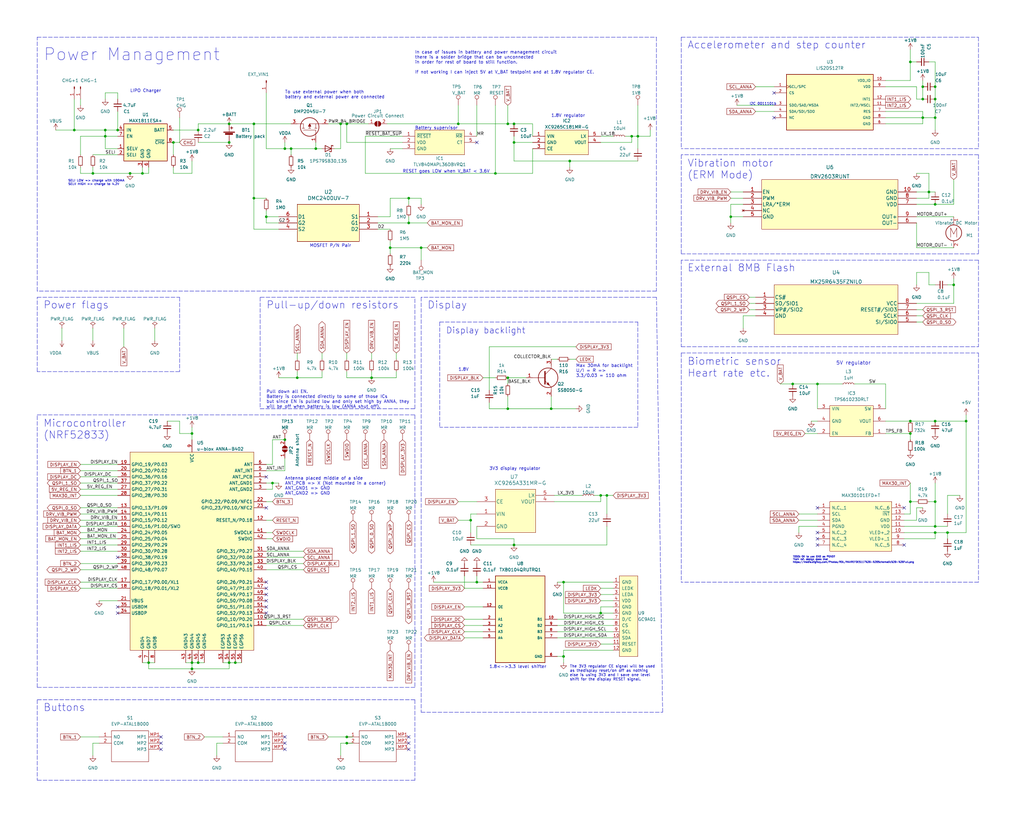
<source format=kicad_sch>
(kicad_sch (version 20211123) (generator eeschema)
  (paper "User" 419.989 340.004)
  (title_block (title "Smart Watch") (date "2022-09-05") (rev "0.1"))
  (junction (at 261.62 55.88))
  (junction (at 104.14 50.8))
  (junction (at 388.62 218.44))
  (junction (at 383.54 48.26))
  (junction (at 121.92 154.94))
  (junction (at 325.12 157.48))
  (junction (at 142.24 50.8))
  (junction (at 96.52 271.78))
  (junction (at 210.82 50.8))
  (junction (at 43.18 55.88))
  (junction (at 152.4 154.94))
  (junction (at 378.46 48.26))
  (junction (at 43.18 53.34))
  (junction (at 203.2 71.12))
  (junction (at 81.28 53.34))
  (junction (at 193.04 213.36))
  (junction (at 53.34 71.12))
  (junction (at 116.84 60.96))
  (junction (at 208.28 154.94))
  (junction (at 187.96 50.8))
  (junction (at 104.14 81.28))
  (junction (at 233.68 66.04))
  (junction (at 246.38 251.46))
  (junction (at 78.74 271.78))
  (junction (at 93.98 50.8))
  (junction (at 129.54 60.96))
  (junction (at 78.74 274.32))
  (junction (at 391.16 116.84))
  (junction (at 373.38 172.72))
  (junction (at 93.98 271.78))
  (junction (at 93.98 58.42))
  (junction (at 210.82 223.52))
  (junction (at 58.42 71.12))
  (junction (at 142.24 304.8))
  (junction (at 208.28 50.8))
  (junction (at 231.14 238.76))
  (junction (at 78.74 177.8))
  (junction (at 48.26 53.34))
  (junction (at 378.46 40.64))
  (junction (at 38.1 71.12))
  (junction (at 381 78.74))
  (junction (at 139.7 50.8))
  (junction (at 30.48 53.34))
  (junction (at 299.72 88.9))
  (junction (at 167.64 81.28))
  (junction (at 111.76 198.12))
  (junction (at 81.28 271.78))
  (junction (at 60.96 271.78))
  (junction (at 373.38 177.8))
  (junction (at 119.38 60.96))
  (junction (at 383.54 215.9))
  (junction (at 109.22 88.9))
  (junction (at 335.28 157.48))
  (junction (at 71.12 58.42))
  (junction (at 142.24 302.26))
  (junction (at 383.54 172.72))
  (junction (at 383.54 205.74))
  (junction (at 248.92 203.2))
  (junction (at 373.38 25.4))
  (junction (at 167.64 91.44))
  (junction (at 172.72 101.6))
  (junction (at 383.54 40.64))
  (junction (at 383.54 35.56))
  (junction (at 116.84 180.34))
  (junction (at 383.54 83.82))
  (junction (at 226.06 167.64))
  (junction (at 396.24 172.72))
  (junction (at 210.82 58.42))
  (junction (at 259.08 55.88))
  (junction (at 246.38 203.2))
  (junction (at 195.58 238.76))
  (junction (at 231.14 269.24))
  (junction (at 383.54 218.44))
  (junction (at 160.02 101.6))
  (junction (at 208.28 167.64))
  (junction (at 373.38 205.74))
  (junction (at 378.46 35.56))
  (no_connect (at 317.5 48.26))
  (no_connect (at 370.84 208.28))
  (no_connect (at 370.84 223.52))
  (no_connect (at 335.28 220.98))
  (no_connect (at 335.28 223.52))
  (no_connect (at 335.28 218.44))
  (no_connect (at 335.28 208.28))
  (no_connect (at 317.5 38.1))
  (no_connect (at 109.22 248.92))
  (no_connect (at 109.22 251.46))
  (no_connect (at 116.84 307.34))
  (no_connect (at 48.26 228.6))
  (no_connect (at 109.22 241.3))
  (no_connect (at 109.22 243.84))
  (no_connect (at 167.64 307.34))
  (no_connect (at 116.84 304.8))
  (no_connect (at 195.58 58.42))
  (no_connect (at 66.04 302.26))
  (no_connect (at 66.04 304.8))
  (no_connect (at 66.04 307.34))
  (no_connect (at 167.64 302.26))
  (no_connect (at 109.22 246.38))
  (no_connect (at 109.22 238.76))
  (no_connect (at 116.84 302.26))
  (no_connect (at 109.22 195.58))
  (no_connect (at 109.22 208.28))
  (no_connect (at 167.64 304.8))
  (no_connect (at 48.26 248.92))
  (no_connect (at 48.26 251.46))
  (wire (pts (xy 162.56 152.4) (xy 162.56 154.94)))
  (wire (pts (xy 375.92 78.74) (xy 381 78.74)))
  (polyline (pts (xy 73.66 152.4) (xy 15.24 152.4)))
  (wire (pts (xy 383.54 25.4) (xy 383.54 35.56)))
  (wire (pts (xy 38.1 68.58) (xy 38.1 71.12)))
  (wire (pts (xy 109.22 38.1) (xy 109.22 60.96)))
  (polyline (pts (xy 15.24 170.18) (xy 170.18 170.18)))
  (wire (pts (xy 104.14 50.8) (xy 119.38 50.8)))
  (wire (pts (xy 375.92 101.6) (xy 391.16 101.6)))
  (wire (pts (xy 104.14 93.98) (xy 104.14 81.28)))
  (wire (pts (xy 139.7 50.8) (xy 142.24 50.8)))
  (wire (pts (xy 383.54 35.56) (xy 383.54 40.64)))
  (wire (pts (xy 383.54 218.44) (xy 388.62 218.44)))
  (wire (pts (xy 261.62 55.88) (xy 261.62 60.96)))
  (wire (pts (xy 93.98 269.24) (xy 93.98 271.78)))
  (wire (pts (xy 383.54 40.64) (xy 383.54 48.26)))
  (wire (pts (xy 193.04 213.36) (xy 193.04 210.82)))
  (polyline (pts (xy 15.24 119.38) (xy 15.24 15.24)))
  (wire (pts (xy 383.54 172.72) (xy 396.24 172.72)))
  (wire (pts (xy 58.42 68.58) (xy 58.42 71.12)))
  (wire (pts (xy 142.24 50.8) (xy 151.13 50.8)))
  (wire (pts (xy 111.76 190.5) (xy 109.22 190.5)))
  (wire (pts (xy 218.44 71.12) (xy 218.44 60.96)))
  (wire (pts (xy 43.18 38.1) (xy 48.26 38.1)))
  (wire (pts (xy 231.14 269.24) (xy 231.14 271.78)))
  (wire (pts (xy 43.18 60.96) (xy 43.18 55.88)))
  (wire (pts (xy 251.46 55.88) (xy 246.38 55.88)))
  (wire (pts (xy 383.54 205.74) (xy 383.54 215.9)))
  (polyline (pts (xy 401.32 106.68) (xy 401.32 142.24)))
  (wire (pts (xy 195.58 215.9) (xy 195.58 220.98)))
  (wire (pts (xy 228.6 256.54) (xy 251.46 256.54)))
  (polyline (pts (xy 180.34 132.08) (xy 261.62 132.08)))
  (wire (pts (xy 172.72 101.6) (xy 172.72 106.68)))
  (wire (pts (xy 172.72 101.6) (xy 175.26 101.6)))
  (polyline (pts (xy 271.78 292.1) (xy 269.24 121.92)))
  (wire (pts (xy 160.02 81.28) (xy 167.64 81.28)))
  (wire (pts (xy 116.84 60.96) (xy 119.38 60.96)))
  (wire (pts (xy 248.92 203.2) (xy 248.92 210.82)))
  (wire (pts (xy 200.66 142.24) (xy 236.22 142.24)))
  (wire (pts (xy 248.92 203.2) (xy 251.46 203.2)))
  (wire (pts (xy 142.24 152.4) (xy 142.24 154.94)))
  (wire (pts (xy 33.02 55.88) (xy 43.18 55.88)))
  (polyline (pts (xy 73.66 121.92) (xy 73.66 152.4)))
  (wire (pts (xy 304.8 129.54) (xy 304.8 134.62)))
  (wire (pts (xy 43.18 53.34) (xy 43.18 55.88)))
  (wire (pts (xy 246.38 203.2) (xy 248.92 203.2)))
  (wire (pts (xy 60.96 274.32) (xy 78.74 274.32)))
  (wire (pts (xy 243.84 203.2) (xy 246.38 203.2)))
  (polyline (pts (xy 401.32 60.96) (xy 279.4 60.96)))
  (wire (pts (xy 88.9 304.8) (xy 91.44 304.8)))
  (wire (pts (xy 246.38 251.46) (xy 251.46 251.46)))
  (wire (pts (xy 167.64 88.9) (xy 167.64 91.44)))
  (wire (pts (xy 200.66 165.1) (xy 200.66 167.64)))
  (wire (pts (xy 38.1 63.5) (xy 48.26 63.5)))
  (wire (pts (xy 152.4 144.78) (xy 152.4 147.32)))
  (wire (pts (xy 73.66 48.26) (xy 73.66 58.42)))
  (wire (pts (xy 246.38 241.3) (xy 251.46 241.3)))
  (wire (pts (xy 119.38 60.96) (xy 129.54 60.96)))
  (polyline (pts (xy 170.18 287.02) (xy 15.24 287.02)))
  (wire (pts (xy 304.8 83.82) (xy 299.72 83.82)))
  (wire (pts (xy 25.4 134.62) (xy 25.4 139.7)))
  (wire (pts (xy 104.14 81.28) (xy 109.22 81.28)))
  (wire (pts (xy 33.02 68.58) (xy 33.02 71.12)))
  (wire (pts (xy 208.28 162.56) (xy 208.28 167.64)))
  (wire (pts (xy 375.92 25.4) (xy 373.38 25.4)))
  (wire (pts (xy 76.2 271.78) (xy 78.74 271.78)))
  (wire (pts (xy 195.58 43.18) (xy 195.58 55.88)))
  (wire (pts (xy 210.82 220.98) (xy 210.82 223.52)))
  (wire (pts (xy 121.92 144.78) (xy 121.92 147.32)))
  (polyline (pts (xy 279.4 63.5) (xy 279.4 104.14)))
  (wire (pts (xy 307.34 121.92) (xy 309.88 121.92)))
  (wire (pts (xy 370.84 220.98) (xy 383.54 220.98)))
  (wire (pts (xy 48.26 53.34) (xy 43.18 53.34)))
  (wire (pts (xy 48.26 213.36) (xy 33.02 213.36)))
  (wire (pts (xy 373.38 172.72) (xy 383.54 172.72)))
  (polyline (pts (xy 15.24 281.94) (xy 15.24 170.18)))
  (wire (pts (xy 142.24 154.94) (xy 152.4 154.94)))
  (wire (pts (xy 388.62 116.84) (xy 391.16 116.84)))
  (wire (pts (xy 162.56 154.94) (xy 152.4 154.94)))
  (wire (pts (xy 233.68 66.04) (xy 261.62 66.04)))
  (wire (pts (xy 195.58 236.22) (xy 195.58 238.76)))
  (wire (pts (xy 391.16 116.84) (xy 391.16 124.46)))
  (polyline (pts (xy 401.32 15.24) (xy 401.32 60.96)))
  (wire (pts (xy 381 111.76) (xy 375.92 111.76)))
  (wire (pts (xy 388.62 218.44) (xy 396.24 218.44)))
  (wire (pts (xy 71.12 53.34) (xy 81.28 53.34)))
  (wire (pts (xy 307.34 124.46) (xy 309.88 124.46)))
  (wire (pts (xy 246.38 246.38) (xy 251.46 246.38)))
  (wire (pts (xy 78.74 177.8) (xy 78.74 180.34)))
  (wire (pts (xy 96.52 271.78) (xy 99.06 271.78)))
  (wire (pts (xy 111.76 190.5) (xy 111.76 180.34)))
  (wire (pts (xy 78.74 175.26) (xy 78.74 177.8)))
  (wire (pts (xy 40.64 246.38) (xy 48.26 246.38)))
  (wire (pts (xy 190.5 248.92) (xy 198.12 248.92)))
  (wire (pts (xy 373.38 20.32) (xy 373.38 25.4)))
  (wire (pts (xy 218.44 50.8) (xy 210.82 50.8)))
  (polyline (pts (xy 279.4 15.24) (xy 401.32 15.24)))
  (wire (pts (xy 60.96 269.24) (xy 60.96 271.78)))
  (wire (pts (xy 124.46 256.54) (xy 109.22 256.54)))
  (wire (pts (xy 48.26 238.76) (xy 33.02 238.76)))
  (wire (pts (xy 373.38 177.8) (xy 373.38 180.34)))
  (polyline (pts (xy 279.4 144.78) (xy 401.32 144.78)))
  (wire (pts (xy 73.66 172.72) (xy 73.66 177.8)))
  (wire (pts (xy 78.74 71.12) (xy 78.74 66.04)))
  (wire (pts (xy 109.22 226.06) (xy 124.46 226.06)))
  (wire (pts (xy 142.24 58.42) (xy 142.24 50.8)))
  (wire (pts (xy 190.5 259.08) (xy 198.12 259.08)))
  (wire (pts (xy 363.22 157.48) (xy 363.22 167.64)))
  (wire (pts (xy 187.96 43.18) (xy 187.96 50.8)))
  (polyline (pts (xy 261.62 132.08) (xy 261.62 175.26)))
  (wire (pts (xy 231.14 238.76) (xy 251.46 238.76)))
  (wire (pts (xy 378.46 33.02) (xy 378.46 35.56)))
  (wire (pts (xy 383.54 215.9) (xy 388.62 215.9)))
  (wire (pts (xy 160.02 99.06) (xy 160.02 101.6)))
  (wire (pts (xy 154.94 91.44) (xy 167.64 91.44)))
  (polyline (pts (xy 180.34 132.08) (xy 180.34 175.26)))
  (wire (pts (xy 327.66 210.82) (xy 335.28 210.82)))
  (wire (pts (xy 33.02 71.12) (xy 38.1 71.12)))
  (wire (pts (xy 109.22 88.9) (xy 109.22 91.44)))
  (polyline (pts (xy 15.24 152.4) (xy 15.24 121.92)))
  (wire (pts (xy 335.28 157.48) (xy 345.44 157.48)))
  (wire (pts (xy 48.26 215.9) (xy 33.02 215.9)))
  (wire (pts (xy 193.04 210.82) (xy 195.58 210.82)))
  (polyline (pts (xy 261.62 175.26) (xy 180.34 175.26)))
  (wire (pts (xy 383.54 218.44) (xy 383.54 220.98)))
  (wire (pts (xy 50.8 134.62) (xy 50.8 142.24)))
  (polyline (pts (xy 401.32 63.5) (xy 279.4 63.5)))
  (wire (pts (xy 33.02 220.98) (xy 48.26 220.98)))
  (wire (pts (xy 30.48 40.64) (xy 30.48 53.34)))
  (polyline (pts (xy 269.24 119.38) (xy 15.24 119.38)))
  (wire (pts (xy 309.88 45.72) (xy 317.5 45.72)))
  (wire (pts (xy 332.74 172.72) (xy 335.28 172.72)))
  (wire (pts (xy 203.2 43.18) (xy 203.2 71.12)))
  (wire (pts (xy 43.18 40.64) (xy 43.18 38.1)))
  (wire (pts (xy 119.38 63.5) (xy 119.38 60.96)))
  (wire (pts (xy 335.28 215.9) (xy 327.66 215.9)))
  (wire (pts (xy 116.84 58.42) (xy 116.84 60.96)))
  (wire (pts (xy 327.66 215.9) (xy 327.66 218.44)))
  (wire (pts (xy 375.92 88.9) (xy 391.16 88.9)))
  (wire (pts (xy 228.6 254) (xy 251.46 254)))
  (wire (pts (xy 190.5 254) (xy 198.12 254)))
  (wire (pts (xy 375.92 127) (xy 378.46 127)))
  (polyline (pts (xy 172.72 121.92) (xy 172.72 292.1)))
  (polyline (pts (xy 401.32 106.68) (xy 279.4 106.68)))
  (wire (pts (xy 198.12 154.94) (xy 203.2 154.94)))
  (wire (pts (xy 190.5 241.3) (xy 198.12 241.3)))
  (wire (pts (xy 172.72 81.28) (xy 167.64 81.28)))
  (wire (pts (xy 375.92 71.12) (xy 381 71.12)))
  (wire (pts (xy 43.18 60.96) (xy 48.26 60.96)))
  (wire (pts (xy 266.7 55.88) (xy 266.7 53.34)))
  (wire (pts (xy 373.38 205.74) (xy 373.38 210.82)))
  (wire (pts (xy 33.02 208.28) (xy 48.26 208.28)))
  (wire (pts (xy 304.8 88.9) (xy 299.72 88.9)))
  (wire (pts (xy 218.44 58.42) (xy 210.82 58.42)))
  (wire (pts (xy 165.1 55.88) (xy 149.86 55.88)))
  (wire (pts (xy 363.22 50.8) (xy 378.46 50.8)))
  (wire (pts (xy 208.28 154.94) (xy 208.28 157.48)))
  (wire (pts (xy 40.64 304.8) (xy 38.1 304.8)))
  (polyline (pts (xy 172.72 292.1) (xy 271.78 292.1)))
  (wire (pts (xy 111.76 213.36) (xy 109.22 213.36)))
  (wire (pts (xy 388.62 210.82) (xy 388.62 203.2)))
  (wire (pts (xy 195.58 238.76) (xy 198.12 238.76)))
  (wire (pts (xy 78.74 271.78) (xy 78.74 274.32)))
  (wire (pts (xy 137.16 60.96) (xy 139.7 60.96)))
  (wire (pts (xy 375.92 81.28) (xy 381 81.28)))
  (wire (pts (xy 391.16 114.3) (xy 391.16 116.84)))
  (wire (pts (xy 246.38 58.42) (xy 259.08 58.42)))
  (wire (pts (xy 325.12 157.48) (xy 335.28 157.48)))
  (wire (pts (xy 33.02 200.66) (xy 48.26 200.66)))
  (wire (pts (xy 63.5 134.62) (xy 63.5 139.7)))
  (wire (pts (xy 299.72 83.82) (xy 299.72 88.9)))
  (wire (pts (xy 121.92 152.4) (xy 121.92 154.94)))
  (wire (pts (xy 38.1 71.12) (xy 53.34 71.12)))
  (wire (pts (xy 233.68 147.32) (xy 236.22 147.32)))
  (wire (pts (xy 388.62 203.2) (xy 393.7 203.2)))
  (wire (pts (xy 378.46 48.26) (xy 383.54 48.26)))
  (wire (pts (xy 33.02 223.52) (xy 48.26 223.52)))
  (wire (pts (xy 383.54 198.12) (xy 383.54 205.74)))
  (polyline (pts (xy 170.18 320.04) (xy 15.24 320.04)))
  (wire (pts (xy 124.46 233.68) (xy 109.22 233.68)))
  (wire (pts (xy 330.2 177.8) (xy 335.28 177.8)))
  (wire (pts (xy 68.58 172.72) (xy 73.66 172.72)))
  (wire (pts (xy 111.76 218.44) (xy 109.22 218.44)))
  (wire (pts (xy 208.28 167.64) (xy 226.06 167.64)))
  (polyline (pts (xy 170.18 167.64) (xy 170.18 121.92)))
  (wire (pts (xy 78.74 274.32) (xy 93.98 274.32)))
  (polyline (pts (xy 170.18 121.92) (xy 106.68 121.92)))
  (wire (pts (xy 381 25.4) (xy 383.54 25.4)))
  (wire (pts (xy 129.54 60.96) (xy 132.08 60.96)))
  (wire (pts (xy 228.6 259.08) (xy 251.46 259.08)))
  (wire (pts (xy 93.98 274.32) (xy 93.98 271.78)))
  (wire (pts (xy 375.92 111.76) (xy 375.92 116.84)))
  (wire (pts (xy 335.28 157.48) (xy 335.28 167.64)))
  (wire (pts (xy 111.76 200.66) (xy 111.76 198.12)))
  (wire (pts (xy 231.14 238.76) (xy 231.14 251.46)))
  (wire (pts (xy 227.33 205.74) (xy 246.38 205.74)))
  (wire (pts (xy 381 78.74) (xy 383.54 78.74)))
  (wire (pts (xy 210.82 58.42) (xy 210.82 66.04)))
  (wire (pts (xy 132.08 154.94) (xy 121.92 154.94)))
  (wire (pts (xy 375.92 124.46) (xy 391.16 124.46)))
  (wire (pts (xy 231.14 266.7) (xy 231.14 269.24)))
  (wire (pts (xy 160.02 93.98) (xy 154.94 93.98)))
  (polyline (pts (xy 279.4 106.68) (xy 279.4 142.24)))
  (wire (pts (xy 73.66 177.8) (xy 78.74 177.8)))
  (wire (pts (xy 33.02 302.26) (xy 40.64 302.26)))
  (wire (pts (xy 109.22 200.66) (xy 111.76 200.66)))
  (wire (pts (xy 231.14 251.46) (xy 246.38 251.46)))
  (wire (pts (xy 203.2 71.12) (xy 218.44 71.12)))
  (wire (pts (xy 227.33 203.2) (xy 238.76 203.2)))
  (wire (pts (xy 139.7 304.8) (xy 139.7 309.88)))
  (wire (pts (xy 210.82 223.52) (xy 248.92 223.52)))
  (polyline (pts (xy 279.4 144.78) (xy 279.4 238.76)))
  (wire (pts (xy 228.6 269.24) (xy 231.14 269.24)))
  (wire (pts (xy 109.22 198.12) (xy 111.76 198.12)))
  (wire (pts (xy 81.28 58.42) (xy 93.98 58.42)))
  (wire (pts (xy 299.72 88.9) (xy 299.72 91.44)))
  (wire (pts (xy 22.86 53.34) (xy 30.48 53.34)))
  (wire (pts (xy 370.84 213.36) (xy 375.92 213.36)))
  (wire (pts (xy 109.22 91.44) (xy 114.3 91.44)))
  (wire (pts (xy 83.82 302.26) (xy 91.44 302.26)))
  (wire (pts (xy 350.52 157.48) (xy 363.22 157.48)))
  (wire (pts (xy 109.22 193.04) (xy 116.84 193.04)))
  (wire (pts (xy 134.62 302.26) (xy 142.24 302.26)))
  (wire (pts (xy 30.48 53.34) (xy 43.18 53.34)))
  (wire (pts (xy 71.12 71.12) (xy 78.74 71.12)))
  (wire (pts (xy 172.72 83.82) (xy 172.72 81.28)))
  (wire (pts (xy 109.22 228.6) (xy 124.46 228.6)))
  (wire (pts (xy 309.88 129.54) (xy 304.8 129.54)))
  (wire (pts (xy 370.84 210.82) (xy 373.38 210.82)))
  (wire (pts (xy 391.16 83.82) (xy 391.16 73.66)))
  (wire (pts (xy 88.9 304.8) (xy 88.9 309.88)))
  (wire (pts (xy 375.92 35.56) (xy 375.92 40.64)))
  (wire (pts (xy 109.22 60.96) (xy 116.84 60.96)))
  (wire (pts (xy 226.06 162.56) (xy 226.06 167.64)))
  (wire (pts (xy 132.08 152.4) (xy 132.08 154.94)))
  (wire (pts (xy 363.22 172.72) (xy 373.38 172.72)))
  (wire (pts (xy 375.92 213.36) (xy 375.92 208.28)))
  (polyline (pts (xy 401.32 63.5) (xy 401.32 104.14)))
  (polyline (pts (xy 269.24 121.92) (xy 172.72 121.92)))
  (wire (pts (xy 162.56 144.78) (xy 162.56 147.32)))
  (wire (pts (xy 152.4 152.4) (xy 152.4 154.94)))
  (wire (pts (xy 142.24 302.26) (xy 144.78 302.26)))
  (wire (pts (xy 378.46 48.26) (xy 378.46 50.8)))
  (wire (pts (xy 381 81.28) (xy 381 78.74)))
  (wire (pts (xy 396.24 170.18) (xy 396.24 172.72)))
  (wire (pts (xy 109.22 88.9) (xy 114.3 88.9)))
  (wire (pts (xy 33.02 195.58) (xy 48.26 195.58)))
  (polyline (pts (xy 15.24 15.24) (xy 269.24 15.24)))
  (wire (pts (xy 375.92 205.74) (xy 373.38 205.74)))
  (wire (pts (xy 190.5 236.22) (xy 190.5 241.3)))
  (wire (pts (xy 93.98 271.78) (xy 96.52 271.78)))
  (wire (pts (xy 396.24 172.72) (xy 396.24 218.44)))
  (wire (pts (xy 375.92 132.08) (xy 378.46 132.08)))
  (wire (pts (xy 200.66 167.64) (xy 208.28 167.64)))
  (wire (pts (xy 60.96 271.78) (xy 60.96 274.32)))
  (polyline (pts (xy 170.18 281.94) (xy 15.24 281.94)))
  (wire (pts (xy 228.6 238.76) (xy 231.14 238.76)))
  (wire (pts (xy 121.92 154.94) (xy 114.3 154.94)))
  (wire (pts (xy 177.8 238.76) (xy 195.58 238.76)))
  (wire (pts (xy 149.86 55.88) (xy 149.86 71.12)))
  (polyline (pts (xy 106.68 167.64) (xy 170.18 167.64)))
  (wire (pts (xy 187.96 50.8) (xy 208.28 50.8)))
  (polyline (pts (xy 401.32 144.78) (xy 401.32 238.76)))
  (wire (pts (xy 48.26 40.64) (xy 48.26 38.1)))
  (wire (pts (xy 160.02 101.6) (xy 160.02 104.14)))
  (wire (pts (xy 33.02 226.06) (xy 48.26 226.06)))
  (wire (pts (xy 81.28 50.8) (xy 93.98 50.8)))
  (wire (pts (xy 246.38 243.84) (xy 251.46 243.84)))
  (wire (pts (xy 111.76 220.98) (xy 109.22 220.98)))
  (wire (pts (xy 71.12 58.42) (xy 71.12 63.5)))
  (wire (pts (xy 210.82 50.8) (xy 208.28 50.8)))
  (wire (pts (xy 375.92 129.54) (xy 378.46 129.54)))
  (wire (pts (xy 246.38 205.74) (xy 246.38 203.2)))
  (wire (pts (xy 218.44 55.88) (xy 218.44 50.8)))
  (wire (pts (xy 129.54 58.42) (xy 129.54 60.96)))
  (wire (pts (xy 104.14 50.8) (xy 104.14 81.28)))
  (wire (pts (xy 373.38 33.02) (xy 373.38 25.4)))
  (polyline (pts (xy 279.4 104.14) (xy 401.32 104.14)))
  (wire (pts (xy 132.08 144.78) (xy 132.08 147.32)))
  (wire (pts (xy 370.84 215.9) (xy 383.54 215.9)))
  (wire (pts (xy 373.38 198.12) (xy 373.38 205.74)))
  (wire (pts (xy 327.66 213.36) (xy 335.28 213.36)))
  (wire (pts (xy 58.42 271.78) (xy 60.96 271.78)))
  (polyline (pts (xy 279.4 15.24) (xy 279.4 60.96)))
  (wire (pts (xy 73.66 58.42) (xy 71.12 58.42)))
  (wire (pts (xy 33.02 40.64) (xy 33.02 43.18)))
  (wire (pts (xy 160.02 88.9) (xy 154.94 88.9)))
  (wire (pts (xy 160.02 101.6) (xy 172.72 101.6)))
  (wire (pts (xy 160.02 60.96) (xy 165.1 60.96)))
  (wire (pts (xy 246.38 264.16) (xy 251.46 264.16)))
  (wire (pts (xy 383.54 83.82) (xy 391.16 83.82)))
  (wire (pts (xy 33.02 218.44) (xy 48.26 218.44)))
  (wire (pts (xy 363.22 45.72) (xy 378.46 45.72)))
  (polyline (pts (xy 15.24 121.92) (xy 73.66 121.92)))
  (wire (pts (xy 208.28 43.18) (xy 208.28 50.8)))
  (wire (pts (xy 111.76 180.34) (xy 116.84 180.34)))
  (polyline (pts (xy 401.32 238.76) (xy 279.4 238.76)))
  (wire (pts (xy 111.76 205.74) (xy 109.22 205.74)))
  (wire (pts (xy 375.92 83.82) (xy 383.54 83.82)))
  (wire (pts (xy 193.04 223.52) (xy 210.82 223.52)))
  (wire (pts (xy 363.22 35.56) (xy 375.92 35.56)))
  (wire (pts (xy 33.02 63.5) (xy 33.02 55.88)))
  (wire (pts (xy 210.82 55.88) (xy 210.82 58.42)))
  (wire (pts (xy 167.64 83.82) (xy 167.64 81.28)))
  (wire (pts (xy 187.96 205.74) (xy 195.58 205.74)))
  (wire (pts (xy 261.62 55.88) (xy 266.7 55.88)))
  (wire (pts (xy 388.62 218.44) (xy 388.62 220.98)))
  (polyline (pts (xy 106.68 121.92) (xy 106.68 167.64)))
  (wire (pts (xy 381 205.74) (xy 383.54 205.74)))
  (wire (pts (xy 48.26 190.5) (xy 33.02 190.5)))
  (wire (pts (xy 248.92 215.9) (xy 248.92 223.52)))
  (wire (pts (xy 251.46 248.92) (xy 246.38 248.92)))
  (wire (pts (xy 104.14 93.98) (xy 114.3 93.98)))
  (wire (pts (xy 251.46 266.7) (xy 231.14 266.7)))
  (wire (pts (xy 375.92 40.64) (xy 378.46 40.64)))
  (polyline (pts (xy 279.4 142.24) (xy 401.32 142.24)))
  (wire (pts (xy 307.34 127) (xy 309.88 127)))
  (wire (pts (xy 233.68 66.04) (xy 233.68 68.58)))
  (wire (pts (xy 302.26 43.18) (xy 317.5 43.18)))
  (wire (pts (xy 226.06 167.64) (xy 236.22 167.64)))
  (wire (pts (xy 78.74 269.24) (xy 78.74 271.78)))
  (polyline (pts (xy 170.18 287.02) (xy 170.18 320.04)))
  (wire (pts (xy 381 116.84) (xy 383.54 116.84)))
  (wire (pts (xy 60.96 271.78) (xy 63.5 271.78)))
  (wire (pts (xy 33.02 231.14) (xy 48.26 231.14)))
  (wire (pts (xy 381 111.76) (xy 381 116.84)))
  (wire (pts (xy 370.84 218.44) (xy 383.54 218.44)))
  (wire (pts (xy 149.86 71.12) (xy 203.2 71.12)))
  (wire (pts (xy 381 71.12) (xy 381 78.74)))
  (wire (pts (xy 139.7 50.8) (xy 139.7 60.96)))
  (wire (pts (xy 116.84 193.04) (xy 116.84 187.96)))
  (wire (pts (xy 48.26 53.34) (xy 48.26 45.72)))
  (wire (pts (xy 378.46 45.72) (xy 378.46 48.26)))
  (wire (pts (xy 81.28 271.78) (xy 83.82 271.78)))
  (wire (pts (xy 246.38 248.92) (xy 246.38 251.46)))
  (wire (pts (xy 142.24 58.42) (xy 165.1 58.42)))
  (wire (pts (xy 124.46 254) (xy 109.22 254)))
  (wire (pts (xy 378.46 35.56) (xy 378.46 40.64)))
  (wire (pts (xy 109.22 231.14) (xy 124.46 231.14)))
  (wire (pts (xy 383.54 48.26) (xy 383.54 53.34)))
  (wire (pts (xy 139.7 304.8) (xy 142.24 304.8)))
  (wire (pts (xy 33.02 233.68) (xy 48.26 233.68)))
  (polyline (pts (xy 170.18 170.18) (xy 170.18 281.94)))
  (polyline (pts (xy 15.24 287.02) (xy 15.24 320.04)))
  (wire (pts (xy 38.1 134.62) (xy 38.1 139.7)))
  (wire (pts (xy 167.64 91.44) (xy 175.26 91.44)))
  (wire (pts (xy 200.66 142.24) (xy 200.66 160.02)))
  (wire (pts (xy 33.02 198.12) (xy 48.26 198.12)))
  (wire (pts (xy 195.58 220.98) (xy 210.82 220.98)))
  (wire (pts (xy 208.28 154.94) (xy 215.9 154.94)))
  (wire (pts (xy 142.24 304.8) (xy 144.78 304.8)))
  (wire (pts (xy 48.26 241.3) (xy 33.02 241.3)))
  (wire (pts (xy 78.74 271.78) (xy 81.28 271.78)))
  (wire (pts (xy 60.96 68.58) (xy 60.96 71.12)))
  (wire (pts (xy 210.82 66.04) (xy 233.68 66.04)))
  (wire (pts (xy 375.92 91.44) (xy 375.92 101.6)))
  (wire (pts (xy 363.22 48.26) (xy 378.46 48.26)))
  (wire (pts (xy 363.22 33.02) (xy 373.38 33.02)))
  (wire (pts (xy 299.72 78.74) (xy 304.8 78.74)))
  (wire (pts (xy 375.92 208.28) (xy 378.46 208.28)))
  (polyline (pts (xy 269.24 15.24) (xy 269.24 119.38)))
  (wire (pts (xy 259.08 58.42) (xy 259.08 55.88)))
  (wire (pts (xy 81.28 53.34) (xy 81.28 50.8)))
  (wire (pts (xy 38.1 304.8) (xy 38.1 309.88)))
  (wire (pts (xy 134.62 50.8) (xy 139.7 50.8)))
  (wire (pts (xy 228.6 147.32) (xy 226.06 147.32)))
  (wire (pts (xy 43.18 55.88) (xy 48.26 55.88)))
  (wire (pts (xy 309.88 35.56) (xy 317.5 35.56)))
  (wire (pts (xy 228.6 261.62) (xy 251.46 261.62)))
  (wire (pts (xy 93.98 50.8) (xy 104.14 50.8)))
  (wire (pts (xy 158.75 50.8) (xy 187.96 50.8)))
  (wire (pts (xy 33.02 203.2) (xy 48.26 203.2)))
  (wire (pts (xy 91.44 271.78) (xy 93.98 271.78)))
  (wire (pts (xy 320.04 157.48) (xy 325.12 157.48)))
  (wire (pts (xy 261.62 43.18) (xy 261.62 55.88)))
  (wire (pts (xy 160.02 81.28) (xy 160.02 88.9)))
  (wire (pts (xy 48.26 210.82) (xy 33.02 210.82)))
  (wire (pts (xy 190.5 256.54) (xy 198.12 256.54)))
  (wire (pts (xy 71.12 68.58) (xy 71.12 71.12)))
  (wire (pts (xy 259.08 55.88) (xy 261.62 55.88)))
  (wire (pts (xy 109.22 86.36) (xy 109.22 88.9)))
  (wire (pts (xy 60.96 71.12) (xy 58.42 71.12)))
  (wire (pts (xy 299.72 81.28) (xy 304.8 81.28)))
  (wire (pts (xy 363.22 177.8) (xy 373.38 177.8)))
  (wire (pts (xy 142.24 144.78) (xy 142.24 147.32)))
  (wire (pts (xy 256.54 55.88) (xy 259.08 55.88)))
  (wire (pts (xy 53.34 71.12) (xy 58.42 71.12)))
  (wire (pts (xy 114.3 198.12) (xy 111.76 198.12)))
  (wire (pts (xy 33.02 193.04) (xy 48.26 193.04)))
  (wire (pts (xy 193.04 218.44) (xy 193.04 213.36)))
  (wire (pts (xy 187.96 213.36) (xy 193.04 213.36)))
  (wire (pts (xy 190.5 261.62) (xy 198.12 261.62)))
  (text "Display backlight" (at 182.88 137.16 0) (effects (font (size 2.5 2.5)) (justify left bottom)))
  (text "Biometric sensor\nHeart rate etc." (at 281.94 154.94 0) (effects (font (size 3 3)) (justify left bottom)))
  (text "Antenna placed middle of a side\nANT_PCB => X (Not mounted in a corner)\nANT_GND1 => GND\nANT_GND2 => GND" (at 116.84 203.2 0) (effects (font (size 1.27 1.27)) (justify left bottom)))
  (text "Microcontroller\n(NRF52833)" (at 17.78 180.34 0) (effects (font (size 3 3)) (justify left bottom)))
  (text "3V3 display regulator" (at 200.66 193.04 0) (effects (font (size 1.27 1.27)) (justify left bottom)))
  (text "Pull-up/down resistors" (at 109.22 127 0) (effects (font (size 3 3)) (justify left bottom)))
  (text "MOSFET P/N Pair" (at 127 101.6 0) (effects (font (size 1.27 1.27)) (justify left bottom)))
  (text "Power Management" (at 17.78 25.4 0) (effects (font (size 5 5)) (justify left bottom)))
  (text "SELI LOW => charge with 100mA\nSELV HIGH => charge to 4.2V" (at 27.94 76.2 0) (effects (font (size 0.9 0.9)) (justify left bottom)))
  (text "Battery supervisor" (at 170.18 53.34 0) (effects (font (size 1.27 1.27)) (justify left bottom)))
  (text "RESET goes LOW when V_BAT < 3.6V" (at 165.1 71.12 0) (effects (font (size 1.27 1.27)) (justify left bottom)))
  (text "CHG NOT CONNECTED..." (at 110.7074 352.7166 0) (effects (font (size 1.27 1.27)) (justify left bottom)))
  (text "Buttons" (at 17.78 292.1 0) (effects (font (size 3 3)) (justify left bottom)))
  (text "TODO: OK to use GND as PGND?\nTheir ref. design does that\nhttps://media.digikey.com/Photos/RDL/MAXREFDES117%20-%20Schematic%20-%20Full.png" (at 325.12 231.14 0) (effects (font (size 0.7 0.7)) (justify left bottom)))
  (text "Max 30mA for backlight\nU/I = R =>\n3.3/0.03 = 110 ohm" (at 236.22 154.94 0) (effects (font (size 1.27 1.27)) (justify left bottom)))
  (text "In case of issues in battery and power management circuit \nthere is a solder bridge that can be unconnected\nin order for rest of board to still function.\n\nIf not working I can inject 5V at V_BAT testpoint and at 1.8V regulator CE." (at 170.18 30.48 0) (effects (font (size 1.27 1.27)) (justify left bottom)))
  (text "Power flags" (at 17.78 127 0) (effects (font (size 3 3)) (justify left bottom)))
  (text "To use external power when both\nbattery and external power are connected" (at 116.84 40.64 0) (effects (font (size 1.27 1.27)) (justify left bottom)))
  (text "External 8MB Flash" (at 281.94 111.76 0) (effects (font (size 3 3)) (justify left bottom)))
  (text "Pull down all EN.\nBattery is connected directly to some of those ICs\nbut since EN is pulled low and only set high by ANNA, they\nwill be off when battery is low (ANNA shut off)." (at 109.22 167.64 0) (effects (font (size 1.27 1.27)) (justify left bottom)))
  (text "Accelerometer and step counter" (at 281.94 20.32 0) (effects (font (size 3 3)) (justify left bottom)))
  (text "LIPO Charger" (at 53.34 38.1 0) (effects (font (size 1.27 1.27)) (justify left bottom)))
  (text "_{I2C 0011101b}" (at 307.34 43.18 0) (effects (font (size 1.27 1.27)) (justify left bottom)))
  (text "5V regulator" (at 342.9 149.86 0) (effects (font (size 1.5 1.5)) (justify left bottom)))
  (text "1.8<->3.3 level shifter" (at 200.66 274.32 0) (effects (font (size 1.27 1.27)) (justify left bottom)))
  (text "The 3V3 regulator CE signal will be used\nas thedisplay reset/on off as nothing\nelse is using 3V3 and I save one level\nshift for the display RESET signal." (at 233.68 279.4 0) (effects (font (size 1.1 1.1)) (justify left bottom)))
  (text "Vibration motor\n(ERM Mode)" (at 281.94 73.66 0) (effects (font (size 3 3)) (justify left bottom)))
  (text "Display" (at 175.26 127 0) (effects (font (size 3 3)) (justify left bottom)))
  (text "1.8V regulator" (at 226.06 48.26 0) (effects (font (size 1.27 1.27)) (justify left bottom)))
  (text "1.8V" (at 187.96 152.4 0) (effects (font (size 1.27 1.27)) (justify left bottom)))
  (label "DRV_VIB_EN" (at 48.26 213.36 180))
  (label "~{RESET_BAT_SUP}" (at 149.86 55.88 0))
  (label "DISPLAY_CS" (at 48.26 241.3 180))
  (label "QSPI_CLK" (at 119.38 256.54 180))
  (label "INT1_LIS" (at 35.56 223.52 0))
  (label "QSPI_2_WP" (at 38.1 233.68 0))
  (label "DISPLAY_HIGH_DC" (at 231.14 254 0))
  (label "LX_18" (at 246.38 55.88 0))
  (label "MOTOR_OUT-" (at 375.92 101.6 0))
  (label "MR" (at 195.58 55.88 0))
  (label "DISPLAY_HIGH_SDA" (at 231.14 261.62 0))
  (label "INT2_LIS" (at 35.56 226.06 0))
  (label "DISPLAY_HIGH_SCL" (at 231.065 259.08 0))
  (label "ANT" (at 111.76 180.34 0))
  (label "BAT_MON" (at 35.56 218.44 0))
  (label "SDA_ANNA" (at 109.22 226.06 0))
  (label "LX_3V3" (at 228.6 203.2 0))
  (label "DISPLAY_DC" (at 45.72 195.58 180))
  (label "SCL_ANNA" (at 109.22 228.6 0))
  (label "ANT_INT" (at 109.22 193.04 0))
  (label "QSPI_1_SO" (at 38.1 198.12 0))
  (label "DISPLAY_EN" (at 48.26 190.5 180))
  (label "DISPLAY_CLK" (at 48.26 238.76 180))
  (label "DISPLAY_BLK" (at 109.22 231.14 0))
  (label "DISPLAY_HIGH_CS" (at 231.14 256.54 0))
  (label "PWR_B4_BRIDGE" (at 134.62 50.8 0))
  (label "G2" (at 114.3 91.44 0))
  (label "QSPI_0_SO" (at 35.56 208.28 0))
  (label "COLLECTOR_BLK" (at 226.06 147.32 180))
  (label "DRV_VIB_PWM" (at 48.26 210.82 180))
  (label "D2" (at 154.94 93.98 0))
  (label "TPS_FB" (at 363.22 177.8 0))
  (label "BAT_MON_EN" (at 35.56 220.98 0))
  (label "DISPLAY_DATA" (at 48.26 215.9 180))
  (label "SW" (at 356.3504 157.48 0))
  (label "5V_REG_EN" (at 35.56 200.66 0))
  (label "MOTOR_OUT+" (at 375.92 88.9 0))
  (label "SELI" (at 43.18 63.5 0))
  (label "QSPI_CS" (at 121.92 233.68 180))
  (label "BASE_BLK" (at 208.28 157.48 0))
  (label "QSPI_3_RST" (at 119.38 254 180))
  (global_label "DISPLAY_BLK" (shape input) (at 198.12 154.94 180) (property "Intersheet References" "${INTERSHEET_REFS}" (effects hide)))
  (global_label "SDA_ANNA" (shape input) (at 124.46 226.06 0) (property "Intersheet References" "${INTERSHEET_REFS}" (effects hide)))
  (global_label "DISPLAY_CLK" (shape input) (at 190.5 259.08 180) (property "Intersheet References" "${INTERSHEET_REFS}" (effects hide)))
  (global_label "INT1_LIS" (shape input) (at 152.4 241.3 270) (property "Intersheet References" "${INTERSHEET_REFS}" (effects hide)))
  (global_label "SDA_ANNA" (shape bidirectional) (at 132.08 144.78 90) (property "Intersheet References" "${INTERSHEET_REFS}" (effects hide)))
  (global_label "INT2_LIS" (shape input) (at 33.02 226.06 180) (property "Intersheet References" "${INTERSHEET_REFS}" (effects hide)))
  (global_label "DISPLAY_CLK" (shape input) (at 33.02 238.76 180) (property "Intersheet References" "${INTERSHEET_REFS}" (effects hide)))
  (global_label "MAX30_INT" (shape input) (at 33.02 203.2 180) (property "Intersheet References" "${INTERSHEET_REFS}" (effects hide)))
  (global_label "DISPLAY_EN" (shape input) (at 190.5 248.92 180) (property "Intersheet References" "${INTERSHEET_REFS}" (effects hide)))
  (global_label "QSPI_2_WP" (shape bidirectional) (at 33.02 233.68 180) (property "Intersheet References" "${INTERSHEET_REFS}" (effects hide)))
  (global_label "INT2_LIS" (shape input) (at 144.78 241.3 270) (property "Intersheet References" "${INTERSHEET_REFS}" (effects hide)))
  (global_label "DISPLAY_3V3" (shape input) (at 236.22 142.24 0) (property "Intersheet References" "${INTERSHEET_REFS}" (effects hide)))
  (global_label "SWDCLK" (shape input) (at 111.76 218.44 0) (property "Intersheet References" "${INTERSHEET_REFS}" (effects hide)))
  (global_label "DISPLAY_DC" (shape input) (at 190.5 254 180) (property "Intersheet References" "${INTERSHEET_REFS}" (effects hide)))
  (global_label "DISPLAY_EN" (shape input) (at 142.24 144.78 90) (property "Intersheet References" "${INTERSHEET_REFS}" (effects hide)))
  (global_label "DRV_VIB_PWM" (shape input) (at 33.02 210.82 180) (property "Intersheet References" "${INTERSHEET_REFS}" (effects hide)))
  (global_label "SCL_ANNA" (shape output) (at 121.92 144.78 90) (property "Intersheet References" "${INTERSHEET_REFS}" (effects hide)))
  (global_label "INT1_LIS" (shape input) (at 33.02 223.52 180) (property "Intersheet References" "${INTERSHEET_REFS}" (effects hide)))
  (global_label "BTN_1" (shape input) (at 33.02 302.26 180) (property "Intersheet References" "${INTERSHEET_REFS}" (effects hide)))
  (global_label "SWDIO" (shape input) (at 111.76 220.98 0) (property "Intersheet References" "${INTERSHEET_REFS}" (effects hide)))
  (global_label "DISPLAY_3V3" (shape input) (at 165.1 180.34 270) (property "Intersheet References" "${INTERSHEET_REFS}" (effects hide)))
  (global_label "BAT_MON_EN" (shape input) (at 33.02 220.98 180) (property "Intersheet References" "${INTERSHEET_REFS}" (effects hide)))
  (global_label "BTN_3" (shape input) (at 111.76 205.74 0) (property "Intersheet References" "${INTERSHEET_REFS}" (effects hide)))
  (global_label "DRV_VIB_EN" (shape input) (at 33.02 213.36 180) (property "Intersheet References" "${INTERSHEET_REFS}" (effects hide)))
  (global_label "BTN_2" (shape input) (at 33.02 231.14 180) (property "Intersheet References" "${INTERSHEET_REFS}" (effects hide)))
  (global_label "QSPI_3_RST" (shape bidirectional) (at 124.46 254 0) (property "Intersheet References" "${INTERSHEET_REFS}" (effects hide)))
  (global_label "DRV_VIB_EN" (shape input) (at 152.4 144.78 90) (property "Intersheet References" "${INTERSHEET_REFS}" (effects hide)))
  (global_label "QSPI_1_SO" (shape bidirectional) (at 33.02 198.12 180) (property "Intersheet References" "${INTERSHEET_REFS}" (effects hide)))
  (global_label "DISPLAY_BLK" (shape input) (at 124.46 231.14 0) (property "Intersheet References" "${INTERSHEET_REFS}" (effects hide)))
  (global_label "5V_REG_EN" (shape input) (at 33.02 200.66 180) (property "Intersheet References" "${INTERSHEET_REFS}" (effects hide)))
  (global_label "SCL_ANNA" (shape input) (at 149.86 180.34 270) (property "Intersheet References" "${INTERSHEET_REFS}" (effects hide)))
  (global_label "QSPI_CS" (shape input) (at 124.46 233.68 0) (property "Intersheet References" "${INTERSHEET_REFS}" (effects hide)))
  (global_label "DISPLAY_CS" (shape input) (at 190.5 256.54 180) (property "Intersheet References" "${INTERSHEET_REFS}" (effects hide)))
  (global_label "QSPI_CLK" (shape input) (at 124.46 256.54 0) (property "Intersheet References" "${INTERSHEET_REFS}" (effects hide)))
  (global_label "DISPLAY_3V3" (shape input) (at 246.38 264.16 180) (property "Intersheet References" "${INTERSHEET_REFS}" (effects hide)))
  (global_label "V_BAT" (shape input) (at 208.28 43.18 90) (property "Intersheet References" "${INTERSHEET_REFS}" (effects hide)))
  (global_label "SWDIO" (shape input) (at 142.24 180.34 270) (property "Intersheet References" "${INTERSHEET_REFS}" (effects hide)))
  (global_label "INT1_LIS" (shape output) (at 363.22 40.64 0) (property "Intersheet References" "${INTERSHEET_REFS}" (effects hide)))
  (global_label "CHG" (shape input) (at 73.66 58.42 0) (property "Intersheet References" "${INTERSHEET_REFS}" (effects hide)))
  (global_label "DISPLAY_3V3" (shape input) (at 251.46 203.2 0) (property "Intersheet References" "${INTERSHEET_REFS}" (effects hide)))
  (global_label "QSPI_2_WP" (shape bidirectional) (at 160.02 213.36 270) (property "Intersheet References" "${INTERSHEET_REFS}" (effects hide)))
  (global_label "DISPLAY_CS" (shape input) (at 33.02 241.3 180) (property "Intersheet References" "${INTERSHEET_REFS}" (effects hide)))
  (global_label "DISPLAY_3V3" (shape input) (at 246.38 246.38 180) (property "Intersheet References" "${INTERSHEET_REFS}" (effects hide)))
  (global_label "LEDK" (shape input) (at 236.22 147.32 0) (property "Intersheet References" "${INTERSHEET_REFS}" (effects hide)))
  (global_label "DRV_VIB_PWM" (shape input) (at 299.72 81.28 180) (property "Intersheet References" "${INTERSHEET_REFS}" (effects hide)))
  (global_label "BTN_1" (shape input) (at 33.02 193.04 180) (property "Intersheet References" "${INTERSHEET_REFS}" (effects hide)))
  (global_label "MAX30_INT" (shape input) (at 160.02 266.7 270) (property "Intersheet References" "${INTERSHEET_REFS}" (effects hide)))
  (global_label "DISPLAY_DATA" (shape input) (at 33.02 215.9 180) (property "Intersheet References" "${INTERSHEET_REFS}" (effects hide)))
  (global_label "SDA_ANNA" (shape input) (at 157.48 180.34 270) (property "Intersheet References" "${INTERSHEET_REFS}" (effects hide)))
  (global_label "5V_REG_EN" (shape input) (at 330.2 177.8 180) (property "Intersheet References" "${INTERSHEET_REFS}" (effects hide)))
  (global_label "SDA_ANNA" (shape input) (at 327.66 213.36 180) (property "Intersheet References" "${INTERSHEET_REFS}" (effects hide)))
  (global_label "QSPI_3_RST" (shape input) (at 378.46 127 0) (property "Intersheet References" "${INTERSHEET_REFS}" (effects hide)))
  (global_label "V_BAT" (shape input) (at 187.96 213.36 180) (property "Intersheet References" "${INTERSHEET_REFS}" (effects hide)))
  (global_label "SCL_ANNA" (shape input) (at 309.88 35.56 180) (property "Intersheet References" "${INTERSHEET_REFS}" (effects hide)))
  (global_label "V_BAT" (shape input) (at 50.8 142.24 270) (property "Intersheet References" "${INTERSHEET_REFS}" (effects hide)))
  (global_label "QSPI_0_SO" (shape bidirectional) (at 152.4 213.36 270) (property "Intersheet References" "${INTERSHEET_REFS}" (effects hide)))
  (global_label "BTN_2" (shape input) (at 83.82 302.26 180) (property "Intersheet References" "${INTERSHEET_REFS}" (effects hide)))
  (global_label "QSPI_0_SO" (shape bidirectional) (at 33.02 208.28 180) (property "Intersheet References" "${INTERSHEET_REFS}" (effects hide)))
  (global_label "QSPI_0_SO" (shape bidirectional) (at 378.46 132.08 0) (property "Intersheet References" "${INTERSHEET_REFS}" (effects hide)))
  (global_label "DISPLAY_3V3" (shape input) (at 246.38 243.84 180) (property "Intersheet References" "${INTERSHEET_REFS}" (effects hide)))
  (global_label "DRV_VIB_EN" (shape input) (at 299.72 78.74 180) (property "Intersheet References" "${INTERSHEET_REFS}" (effects hide)))
  (global_label "INT2_LIS" (shape output) (at 363.22 43.18 0) (property "Intersheet References" "${INTERSHEET_REFS}" (effects hide)))
  (global_label "DISPLAY_3V3" (shape input) (at 190.5 241.3 180) (property "Intersheet References" "${INTERSHEET_REFS}" (effects hide)))
  (global_label "BAT_MON_EN" (shape input) (at 175.26 91.44 0) (property "Intersheet References" "${INTERSHEET_REFS}" (effects hide)))
  (global_label "LEDK" (shape input) (at 246.38 241.3 180) (property "Intersheet References" "${INTERSHEET_REFS}" (effects hide)))
  (global_label "MAX30_INT" (shape input) (at 373.38 198.12 180) (property "Intersheet References" "${INTERSHEET_REFS}" (effects hide)))
  (global_label "DRV_VIB_EN" (shape input) (at 167.64 266.7 270) (property "Intersheet References" "${INTERSHEET_REFS}" (effects hide)))
  (global_label "DISPLAY_EN" (shape input) (at 187.96 205.74 180) (property "Intersheet References" "${INTERSHEET_REFS}" (effects hide)))
  (global_label "SWDCLK" (shape input) (at 134.62 180.34 270) (property "Intersheet References" "${INTERSHEET_REFS}" (effects hide)))
  (global_label "QSPI_CLK" (shape input) (at 160.02 241.3 270) (property "Intersheet References" "${INTERSHEET_REFS}" (effects hide)))
  (global_label "QSPI_1_SO" (shape bidirectional) (at 307.34 124.46 180) (property "Intersheet References" "${INTERSHEET_REFS}" (effects hide)))
  (global_label "DISPLAY_EN" (shape input) (at 33.02 190.5 180) (property "Intersheet References" "${INTERSHEET_REFS}" (effects hide)))
  (global_label "V_BAT" (shape input) (at 391.16 73.66 90) (property "Intersheet References" "${INTERSHEET_REFS}" (effects hide)))
  (global_label "V_BAT" (shape input) (at 320.04 157.48 90) (property "Intersheet References" "${INTERSHEET_REFS}" (effects hide)))
  (global_label "QSPI_CS" (shape input) (at 167.64 213.36 270) (property "Intersheet References" "${INTERSHEET_REFS}" (effects hide)))
  (global_label "BTN_3" (shape input) (at 134.62 302.26 180) (property "Intersheet References" "${INTERSHEET_REFS}" (effects hide)))
  (global_label "QSPI_CS" (shape input) (at 307.34 121.92 180) (property "Intersheet References" "${INTERSHEET_REFS}" (effects hide)))
  (global_label "QSPI_2_WP" (shape bidirectional) (at 307.34 127 180) (property "Intersheet References" "${INTERSHEET_REFS}" (effects hide)))
  (global_label "QSPI_CLK" (shape input) (at 378.46 129.54 0) (property "Intersheet References" "${INTERSHEET_REFS}" (effects hide)))
  (global_label "BAT_MON" (shape input) (at 33.02 218.44 180) (property "Intersheet References" "${INTERSHEET_REFS}" (effects hide)))
  (global_label "SCL_ANNA" (shape input) (at 327.66 210.82 180) (property "Intersheet References" "${INTERSHEET_REFS}" (effects hide)))
  (global_label "DISPLAY_DC" (shape input) (at 33.02 195.58 180) (property "Intersheet References" "${INTERSHEET_REFS}" (effects hide)))
  (global_label "SCL_ANNA" (shape input) (at 124.46 228.6 0) (property "Intersheet References" "${INTERSHEET_REFS}" (effects hide)))
  (global_label "QSPI_3_RST" (shape bidirectional) (at 167.64 241.3 270) (property "Intersheet References" "${INTERSHEET_REFS}" (effects hide)))
  (global_label "RESET_N" (shape input) (at 127 180.34 270) (property "Intersheet References" "${INTERSHEET_REFS}" (effects hide)))
  (global_label "DISPLAY_DATA" (shape bidirectional) (at 190.5 261.62 180) (property "Intersheet References" "${INTERSHEET_REFS}" (effects hide)))
  (global_label "5V_REG_EN" (shape input) (at 162.56 144.78 90) (property "Intersheet References" "${INTERSHEET_REFS}" (effects hide)))
  (global_label "QSPI_1_SO" (shape bidirectional) (at 144.78 213.36 270) (property "Intersheet References" "${INTERSHEET_REFS}" (effects hide)))
  (global_label "SDA_ANNA" (shape input) (at 309.88 45.72 180) (property "Intersheet References" "${INTERSHEET_REFS}" (effects hide)))
  (global_label "RESET_N" (shape input) (at 111.76 213.36 0) (property "Intersheet References" "${INTERSHEET_REFS}" (effects hide)))
  (global_label "BAT_MON" (shape input) (at 175.26 101.6 0) (property "Intersheet References" "${INTERSHEET_REFS}" (effects hide)))
  (symbol (lib_id "SamacSys_Parts:XC9265C181MR-G") (at 218.44 55.88 0) (unit 1)
    (property "Reference" "IC2" (at 232.41 49.53 0))
    (property "Value" "XC9265C181MR-G" (at 232.41 52.07 0))
    (property "Footprint" "SamacSys_Parts:SOT95P280X130-5N" (effects hide))
    (property "Datasheet" "https://www.torexsemi.com/file/xc9265/XC9265.pdf" (effects hide))
    (property "Description" "Switching Voltage Regulators Ultra Low Power PFM DCDC Converter" (effects hide))
    (property "Height" "1.3" (effects hide))
    (property "Mouser Part Number" "865-XC9265C181MR-G" (effects hide))
    (property "Mouser Price/Stock" "https://www.mouser.co.uk/ProductDetail/Torex-Semiconductor/XC9265C181MR-G?qs=AsjdqWjXhJ%252B2%252Bo3yz6t%252BQA%3D%3D" (effects hide))
    (property "Manufacturer_Name" "Torex" (effects hide))
    (property "Manufacturer_Part_Number" "XC9265C181MR-G" (effects hide))
  )
  (symbol (lib_id "power:GND") (at 378.46 208.28 0) (unit 1)
    (property "Reference" "#PWR050" (effects hide))
    (property "Value" "GND" (at 378.46 213.36 0))
  )
  (symbol (lib_id "SamacSys_Parts:TPS61023DRLT") (at 335.28 168.91 0) (unit 1)
    (property "Reference" "IC3" (at 349.25 161.29 0))
    (property "Value" "TPS61023DRLT" (at 349.25 163.83 0))
    (property "Footprint" "SamacSys_Parts:SOTFL50P160X60-6N" (effects hide))
    (property "Datasheet" "http://www.ti.com/general/docs/suppproductinfo.tsp?distId=10&gotoUrl=http%3A%2F%2Fwww.ti.com%2Flit%2Fgpn%2Ftps61023" (effects hide))
    (property "Description" "Switching Voltage Regulators 3-A boost converter with 0.5-V ultra-low input voltage 6-SOT-5X3 -40 to 125" (effects hide))
    (property "Height" "0.6" (effects hide))
    (property "Mouser Part Number" "595-TPS61023DRLT" (effects hide))
    (property "Mouser Price/Stock" "https://www.mouser.co.uk/ProductDetail/Texas-Instruments/TPS61023DRLT?qs=BJlw7L4Cy78Zr3IJIU3gNw%3D%3D" (effects hide))
    (property "Manufacturer_Name" "Texas Instruments" (effects hide))
    (property "Manufacturer_Part_Number" "TPS61023DRLT" (effects hide))
  )
  (symbol (lib_id "Device:R_Small") (at 208.28 160.02 0) (unit 1)
    (property "Reference" "R15" (at 203.2 160.02 90))
    (property "Value" "10k" (at 205.74 160.02 90))
    (property "Footprint" "Resistor_SMD:R_0603_1608Metric_Pad0.98x0.95mm_HandSolder" (effects hide))
  )
  (symbol (lib_id "power:GND") (at 190.5 231.14 180) (unit 1)
    (property "Reference" "#PWR037" (effects hide))
    (property "Value" "GND" (at 190.5 226.06 0))
  )
  (symbol (lib_id "user_library:DRV2603RUNT") (at 304.8 78.74 0) (unit 1)
    (property "Reference" "U6" (at 340.36 68.58 0) (effects (font (size 1.524 1.524))))
    (property "Value" "DRV2603RUNT" (at 340.36 72.39 0) (effects (font (size 1.524 1.524))))
    (property "Footprint" "user_library:DRV2603RUNT" (effects hide))
    (property "Datasheet" "https://www.ti.com/general/docs/suppproductinfo.tsp?distId=10&gotoUrl=http%253A%252F%252Fwww.ti.com%252Flit%252Fgpn%252Fdrv2603" (effects hide))
    (property "motor" "https://www.mouser.se/new/dfrobot/dfrobot-fit0774-mini-vibration-motor/" (effects hide))
  )
  (symbol (lib_id "SamacSys_Parts:MAX30101EFD+T") (at 335.28 208.28 0) (unit 1)
    (property "Reference" "IC4" (at 353.06 200.66 0))
    (property "Value" "MAX30101EFD+T" (at 353.06 203.2 0))
    (property "Footprint" "SamacSys_Parts:14-LEAD-OESIP" (effects hide))
    (property "Datasheet" "https://datasheets.maximintegrated.com/en/ds/MAX30101.pdf" (effects hide))
    (property "Description" "Biometric Sensors Integrated Optical Sensor" (effects hide))
    (property "Mouser Part Number" "700-MAX30101EFD+T" (effects hide))
    (property "Mouser Price/Stock" "https://www.mouser.co.uk/ProductDetail/Maxim-Integrated/MAX30101EFD%2bT?qs=sITqEBh490kEm6CNcTH1tQ%3D%3D" (effects hide))
    (property "Manufacturer_Name" "Maxim Integrated" (effects hide))
    (property "Manufacturer_Part_Number" "MAX30101EFD+T" (effects hide))
    (property "app note" "https://pdfserv.maximintegrated.com/en/an/AN6409.pdf" (effects hide))
  )
  (symbol (lib_id "Device:R_Small") (at 38.1 66.04 0) (unit 1)
    (property "Reference" "R2" (at 40.64 66.04 0) (effects (justify left)))
    (property "Value" "10k" (at 40.64 68.58 0) (effects (justify left)))
    (property "Footprint" "Resistor_SMD:R_0603_1608Metric_Pad0.98x0.95mm_HandSolder" (effects hide))
  )
  (symbol (lib_id "Connector:TestPoint") (at 152.4 241.3 0) (unit 1)
    (property "Reference" "TP17" (at 150.985 233.8136 0) (effects (justify left)))
    (property "Value" "MR" (at 150.985 236.3536 0) (effects (justify left)))
    (property "Footprint" "user_library:TestPoint_Pad_D0.4mm" (effects hide))
  )
  (symbol (lib_id "SamacSys_Parts:TLV840MAPL36DBVRQ1") (at 165.1 55.88 0) (unit 1)
    (property "Reference" "IC1" (at 180.3401 64.9449 0))
    (property "Value" "TLV840MAPL36DBVRQ1" (at 180.3401 67.4849 0))
    (property "Footprint" "SamacSys_Parts:SOT95P280X145-5N" (effects hide))
    (property "Datasheet" "https://www.ti.com/lit/gpn/TLV840-Q1" (effects hide))
    (property "Description" "Supervisory Circuits Automotive low-voltage supervisor with adjustable-reset time delay and manual reset" (effects hide))
    (property "Height" "1.45" (effects hide))
    (property "Mouser Part Number" "595-V840MAPL36DBVRQ1" (effects hide))
    (property "Mouser Price/Stock" "https://www.mouser.co.uk/ProductDetail/Texas-Instruments/TLV840MAPL36DBVRQ1?qs=TuK3vfAjtkUvm%2FFmAPUHzQ%3D%3D" (effects hide))
    (property "Manufacturer_Name" "Texas Instruments" (effects hide))
    (property "Manufacturer_Part_Number" "TLV840MAPL36DBVRQ1" (effects hide))
  )
  (symbol (lib_id "Device:C_Small") (at 48.26 43.18 180) (unit 1)
    (property "Reference" "C1" (at 53.34 45.72 0) (effects (justify left)))
    (property "Value" "4.7uF" (at 55.88 43.18 0) (effects (justify left)))
    (property "Footprint" "Capacitor_SMD:C_0603_1608Metric_Pad1.08x0.95mm_HandSolder" (effects hide))
  )
  (symbol (lib_id "Connector:TestPoint") (at 187.96 43.18 0) (unit 1)
    (property "Reference" "TP5" (at 185.42 35.56 0) (effects (justify left)))
    (property "Value" "V_BAT" (at 185.42 38.1 0) (effects (justify left)))
    (property "Footprint" "TestPoint:TestPoint_Pad_D1.0mm" (effects hide))
  )
  (symbol (lib_name "EVP-ATAL1B000_1") (lib_id "SamacSys_Parts:EVP-ATAL1B000") (at 40.64 302.26 0) (unit 1)
    (property "Reference" "S1" (at 53.34 294.4112 0))
    (property "Value" "EVP-ATAL1B000" (at 53.34 296.9512 0))
    (property "Footprint" "SamacSys_Parts:EVPATAL1B000" (effects hide))
    (property "Datasheet" "https://api.pim.na.industrial.panasonic.com/file_stream/main/fileversion/245495" (effects hide))
    (property "Description" "Tactile Switches Edge Mount side push 1.6N 4.3x1.7mm" (effects hide))
    (property "Height" "1.105" (effects hide))
    (property "Mouser Part Number" "667-EVP-ATAL1B000" (effects hide))
    (property "Mouser Price/Stock" "https://www.mouser.co.uk/ProductDetail/Panasonic/EVP-ATAL1B000?qs=7MVldsJ5Uawk2dHgJdanKg%3D%3D" (effects hide))
    (property "Manufacturer_Name" "Panasonic" (effects hide))
    (property "Manufacturer_Part_Number" "EVP-ATAL1B000" (effects hide))
  )
  (symbol (lib_id "power:GND") (at 172.72 83.82 0) (unit 1)
    (property "Reference" "#PWR011" (effects hide))
    (property "Value" "GND" (at 172.72 88.9 0))
  )
  (symbol (lib_id "Connector:TestPoint") (at 149.86 180.34 0) (unit 1)
    (property "Reference" "TP9" (at 148.445 172.8536 0) (effects (justify left)))
    (property "Value" "MR" (at 148.445 175.3936 0) (effects (justify left)))
    (property "Footprint" "TestPoint:TestPoint_Pad_D1.0mm" (effects hide))
  )
  (symbol (lib_id "Connector:Conn_01x01_Male") (at 33.02 35.56 270) (unit 1)
    (property "Reference" "CHG-1" (at 33.02 33.02 90) (effects (justify left)))
    (property "Value" "Conn_01x01_Male" (effects hide))
    (property "Footprint" "TestPoint:TestPoint_THTPad_D1.0mm_Drill0.5mm" (effects hide))
  )
  (symbol (lib_id "Connector:TestPoint") (at 160.02 213.36 0) (unit 1)
    (property "Reference" "TP18" (at 158.605 205.8736 0) (effects (justify left)))
    (property "Value" "MR" (at 158.605 208.4136 0) (effects (justify left)))
    (property "Footprint" "user_library:TestPoint_Pad_D0.4mm" (effects hide))
  )
  (symbol (lib_id "Connector:TestPoint") (at 160.02 241.3 0) (unit 1)
    (property "Reference" "TP19" (at 158.605 233.8136 0) (effects (justify left)))
    (property "Value" "MR" (at 158.605 236.3536 0) (effects (justify left)))
    (property "Footprint" "user_library:TestPoint_Pad_D0.4mm" (effects hide))
  )
  (symbol (lib_id "Connector:TestPoint") (at 165.1 180.34 0) (unit 1)
    (property "Reference" "TP11" (at 163.685 172.8536 0) (effects (justify left)))
    (property "Value" "MR" (at 163.685 175.3936 0) (effects (justify left)))
    (property "Footprint" "TestPoint:TestPoint_Pad_D1.0mm" (effects hide))
  )
  (symbol (lib_id "power:VDDA") (at 25.4 139.7 180) (unit 1)
    (property "Reference" "#PWR019" (effects hide))
    (property "Value" "VBUS_EXT" (at 20.32 144.78 0) (effects (justify right)))
  )
  (symbol (lib_id "Connector:TestPoint") (at 160.02 266.7 0) (unit 1)
    (property "Reference" "TP23" (at 158.605 259.2136 0) (effects (justify left)))
    (property "Value" "MR" (at 158.605 261.7536 0) (effects (justify left)))
    (property "Footprint" "user_library:TestPoint_Pad_D0.4mm" (effects hide))
  )
  (symbol (lib_id "power:GND") (at 38.1 309.88 0) (unit 1)
    (property "Reference" "#PWR0102" (effects hide))
    (property "Value" "GND" (at 38.1 314.96 0))
  )
  (symbol (lib_id "Connector:TestPoint") (at 142.24 180.34 0) (unit 1)
    (property "Reference" "TP4" (at 140.825 172.8536 0) (effects (justify left)))
    (property "Value" "MR" (at 140.825 175.3936 0) (effects (justify left)))
    (property "Footprint" "TestPoint:TestPoint_THTPad_D1.0mm_Drill0.5mm" (effects hide))
  )
  (symbol (lib_id "Connector:TestPoint") (at 144.78 213.36 0) (unit 1)
    (property "Reference" "TP14" (at 143.365 205.8736 0) (effects (justify left)))
    (property "Value" "MR" (at 143.365 208.4136 0) (effects (justify left)))
    (property "Footprint" "user_library:TestPoint_Pad_D0.4mm" (effects hide))
  )
  (symbol (lib_id "Device:L_Small") (at 241.3 203.2 90) (unit 1)
    (property "Reference" "L2" (at 241.3 199.39 90))
    (property "Value" "10uH" (at 241.3 201.93 90))
    (property "Footprint" "Inductor_SMD:L_0603_1608Metric_Pad1.05x0.95mm_HandSolder" (effects hide))
  )
  (symbol (lib_id "power:GND") (at 93.98 58.42 0) (unit 1)
    (property "Reference" "#PWR06" (effects hide))
    (property "Value" "GND" (at 93.98 63.5 0))
  )
  (symbol (lib_id "Device:R_Small") (at 205.74 154.94 90) (unit 1)
    (property "Reference" "R14" (at 205.74 152.4 90))
    (property "Value" "1k" (at 205.74 149.86 90))
    (property "Footprint" "Resistor_SMD:R_0603_1608Metric_Pad0.98x0.95mm_HandSolder" (effects hide))
  )
  (symbol (lib_id "Connector:TestPoint") (at 144.78 241.3 0) (unit 1)
    (property "Reference" "TP15" (at 143.365 233.8136 0) (effects (justify left)))
    (property "Value" "MR" (at 143.365 236.3536 0) (effects (justify left)))
    (property "Footprint" "user_library:TestPoint_Pad_D0.4mm" (effects hide))
  )
  (symbol (lib_id "power:GND") (at 388.62 226.06 0) (unit 1)
    (property "Reference" "#PWR054" (effects hide))
    (property "Value" "GND" (at 388.62 231.14 0))
  )
  (symbol (lib_id "Device:R_Small") (at 142.24 149.86 0) (unit 1)
    (property "Reference" "R11" (at 144.78 148.5899 0) (effects (justify left)))
    (property "Value" "100k" (at 144.78 151.1299 0) (effects (justify left)))
    (property "Footprint" "Resistor_SMD:R_0603_1608Metric_Pad0.98x0.95mm_HandSolder" (effects hide))
  )
  (symbol (lib_id "Device:C_Small") (at 68.58 175.26 0) (unit 1)
    (property "Reference" "C19" (at 60.96 172.72 0) (effects (justify left)))
    (property "Value" "4.7uF" (at 60.96 175.26 0) (effects (justify left)))
    (property "Footprint" "Capacitor_SMD:C_0603_1608Metric_Pad1.08x0.95mm_HandSolder" (effects hide))
  )
  (symbol (lib_id "Device:C_Small") (at 381 35.56 270) (unit 1)
    (property "Reference" "C6" (at 383.54 33.02 90) (effects (justify left)))
    (property "Value" "10uF" (at 383.54 30.48 90) (effects (justify left)))
    (property "Footprint" "Capacitor_SMD:C_0603_1608Metric_Pad1.08x0.95mm_HandSolder" (effects hide))
  )
  (symbol (lib_id "power:+1V8") (at 266.7 53.34 0) (unit 1)
    (property "Reference" "#PWR015" (effects hide))
    (property "Value" "+1V8" (at 266.3561 48.5186 0))
  )
  (symbol (lib_id "Device:R_Small") (at 378.46 205.74 270) (unit 1)
    (property "Reference" "R19" (at 378.46 200.66 90))
    (property "Value" "4.7k" (at 378.46 203.2 90))
    (property "Footprint" "Resistor_SMD:R_0603_1608Metric_Pad0.98x0.95mm_HandSolder" (effects hide))
  )
  (symbol (lib_id "Device:R_Small") (at 231.14 147.32 90) (unit 1)
    (property "Reference" "R16" (at 231.14 152.4 90))
    (property "Value" "110" (at 231.14 149.86 90))
    (property "Footprint" "Resistor_SMD:R_0603_1608Metric_Pad0.98x0.95mm_HandSolder" (effects hide))
  )
  (symbol (lib_id "power:GND") (at 332.74 172.72 0) (unit 1)
    (property "Reference" "#PWR044" (effects hide))
    (property "Value" "GND" (at 332.726 176.4532 0))
  )
  (symbol (lib_id "Device:L_Small") (at 347.98 157.48 90) (unit 1)
    (property "Reference" "L3" (at 347.98 152.4 90))
    (property "Value" "1uH" (at 347.98 154.94 90))
    (property "Footprint" "Inductor_SMD:L_0603_1608Metric_Pad1.05x0.95mm_HandSolder" (effects hide))
  )
  (symbol (lib_id "power:GND") (at 375.92 71.12 0) (unit 1)
    (property "Reference" "#PWR039" (effects hide))
    (property "Value" "GND" (at 375.92 76.2 0))
  )
  (symbol (lib_id "power:GND") (at 152.4 154.94 0) (unit 1)
    (property "Reference" "#PWR032" (effects hide))
    (property "Value" "GND" (at 152.4 160.02 0))
  )
  (symbol (lib_id "Device:Battery_Cell") (at 93.98 55.88 0) (unit 1)
    (property "Reference" "BT1" (at 99.06 53.34 0) (effects (justify left)))
    (property "Value" "Battery pack" (at 96.52 55.88 0) (effects (justify left)))
    (property "Footprint" "Connector_Wire:SolderWire-0.1sqmm_1x02_P3.6mm_D0.4mm_OD1mm" (effects hide))
  )
  (symbol (lib_id "power:+1V8") (at 78.74 66.04 0) (unit 1)
    (property "Reference" "#PWR04" (effects hide))
    (property "Value" "+1V8" (at 78.74 62.23 0))
  )
  (symbol (lib_id "user_library:XC9265A331MR-G") (at 195.58 205.74 0) (unit 1)
    (property "Reference" "U7" (at 210.82 195.58 0) (effects (font (size 1.524 1.524))))
    (property "Value" "XC9265A331MR-G" (at 213.36 198.12 0) (effects (font (size 1.524 1.524))))
    (property "Footprint" "SamacSys_Parts:SOT95P280X130-5N" (effects hide))
    (property "Datasheet" "https://www.torexsemi.com/file/xc9265/XC9265.pdf" (effects hide))
  )
  (symbol (lib_id "Device:R_Small") (at 132.08 149.86 0) (unit 1)
    (property "Reference" "R10" (at 134.62 148.5899 0) (effects (justify left)))
    (property "Value" "4.7k" (at 134.62 151.1299 0) (effects (justify left)))
    (property "Footprint" "Resistor_SMD:R_0603_1608Metric_Pad0.98x0.95mm_HandSolder" (effects hide))
  )
  (symbol (lib_id "user_library:DMC2400UV-7") (at 154.94 88.9 0) (mirror y) (unit 1)
    (property "Reference" "U2" (at 134.62 78.74 0) (effects (font (size 1.524 1.524))))
    (property "Value" "DMC2400UV-7" (at 134.62 81.28 0) (effects (font (size 1.524 1.524))))
    (property "Footprint" "user_library:DMC2400UV-7" (effects hide))
    (property "Datasheet" "https://www.diodes.com/assets/Datasheets/DMC2400UV.pdf" (effects hide))
  )
  (symbol (lib_id "power:GND") (at 299.72 91.44 0) (unit 1)
    (property "Reference" "#PWR033" (effects hide))
    (property "Value" "GND" (at 299.72 96.52 0))
  )
  (symbol (lib_id "power:GND") (at 78.74 274.32 0) (unit 1)
    (property "Reference" "#PWR026" (effects hide))
    (property "Value" "GND" (at 78.74 279.4 0))
  )
  (symbol (lib_id "Device:C_Small") (at 193.04 220.98 0) (unit 1)
    (property "Reference" "C10" (at 185.42 218.44 0) (effects (justify left)))
    (property "Value" "10uF" (at 185.42 220.98 0) (effects (justify left)))
    (property "Footprint" "Capacitor_SMD:C_0603_1608Metric_Pad1.08x0.95mm_HandSolder" (effects hide))
    (property "Type" "Ceramic" (effects hide))
  )
  (symbol (lib_id "power:GND") (at 160.02 109.22 0) (unit 1)
    (property "Reference" "#PWR09" (effects hide))
    (property "Value" "GND" (at 160.02 114.3 0))
  )
  (symbol (lib_id "Connector:TestPoint") (at 157.48 180.34 0) (unit 1)
    (property "Reference" "TP10" (at 156.065 172.8536 0) (effects (justify left)))
    (property "Value" "MR" (at 156.065 175.3936 0) (effects (justify left)))
    (property "Footprint" "TestPoint:TestPoint_Pad_D1.0mm" (effects hide))
  )
  (symbol (lib_id "Device:C_Small") (at 378.46 25.4 270) (unit 1)
    (property "Reference" "C5" (at 381 17.78 0) (effects (justify left)))
    (property "Value" "100nF" (at 378.46 17.78 0) (effects (justify left)))
    (property "Footprint" "Capacitor_SMD:C_0603_1608Metric_Pad1.08x0.95mm_HandSolder" (effects hide))
  )
  (symbol (lib_id "Device:C_Small") (at 81.28 55.88 180) (unit 1)
    (property "Reference" "C2" (at 86.36 55.88 0) (effects (justify left)))
    (property "Value" "2.2uF" (at 88.9 53.34 0) (effects (justify left)))
    (property "Footprint" "Capacitor_SMD:C_0603_1608Metric_Pad1.08x0.95mm_HandSolder" (effects hide))
  )
  (symbol (lib_id "Connector:TestPoint") (at 167.64 213.36 0) (unit 1)
    (property "Reference" "TP20" (at 166.225 205.8736 0) (effects (justify left)))
    (property "Value" "MR" (at 166.225 208.4136 0) (effects (justify left)))
    (property "Footprint" "user_library:TestPoint_Pad_D0.4mm" (effects hide))
  )
  (symbol (lib_id "power:GND") (at 40.64 246.38 0) (unit 1)
    (property "Reference" "#PWR022" (effects hide))
    (property "Value" "GND" (at 40.64 251.46 0))
  )
  (symbol (lib_id "user_library:TXB0104QRUTRQ1") (at 213.36 254 0) (unit 1)
    (property "Reference" "U8" (at 213.36 231.14 0))
    (property "Value" "TXB0104QRUTRQ1" (at 213.36 233.68 0))
    (property "Footprint" "SamacSys_Parts:HPA01164RUTR" (effects hide))
    (property "Datasheet" "https://www.ti.com/general/docs/suppproductinfo.tsp?distId=10&gotoUrl=https%3A%2F%2Fwww.ti.com%2Flit%2Fgpn%2Ftxb0104-q1" (effects hide))
    (property "MANUFACTURER" "Texas Instruments" (effects hide))
    (property "STANDARD" "Manufacturer Recommendations" (effects hide))
    (property "PARTREV" "4210580/C 06/12" (effects hide))
    (property "MAXIMUM_PACKAGE_HEIGHT" "0.55mm" (effects hide))
  )
  (symbol (lib_id "SamacSys_Parts:EVP-ATAL1B000") (at 142.24 302.26 0) (unit 1)
    (property "Reference" "S3" (at 154.94 294.4112 0))
    (property "Value" "EVP-ATAL1B000" (at 154.94 296.9512 0))
    (property "Footprint" "SamacSys_Parts:EVPATAL1B000" (effects hide))
    (property "Datasheet" "https://api.pim.na.industrial.panasonic.com/file_stream/main/fileversion/245495" (effects hide))
    (property "Description" "Tactile Switches Edge Mount side push 1.6N 4.3x1.7mm" (effects hide))
    (property "Height" "1.105" (effects hide))
    (property "Mouser Part Number" "667-EVP-ATAL1B000" (effects hide))
    (property "Mouser Price/Stock" "https://www.mouser.co.uk/ProductDetail/Panasonic/EVP-ATAL1B000?qs=7MVldsJ5Uawk2dHgJdanKg%3D%3D" (effects hide))
    (property "Manufacturer_Name" "Panasonic" (effects hide))
    (property "Manufacturer_Part_Number" "EVP-ATAL1B000" (effects hide))
  )
  (symbol (lib_id "Device:R_Small") (at 160.02 96.52 0) (unit 1)
    (property "Reference" "R6" (at 163.83 95.2499 0) (effects (justify left)))
    (property "Value" "1M5" (at 163.83 97.7899 0) (effects (justify left)))
    (property "Footprint" "Resistor_SMD:R_0603_1608Metric_Pad0.98x0.95mm_HandSolder" (effects hide))
  )
  (symbol (lib_id "SamacSys_Parts:SS8050-G") (at 215.9 154.94 0) (unit 1)
    (property "Reference" "Q2" (at 228.6 157.48 0) (effects (justify left)))
    (property "Value" "SS8050-G" (at 228.6 160.02 0) (effects (justify left)))
    (property "Footprint" "SamacSys_Parts:SOT95P240X115-3N" (effects hide))
    (property "Datasheet" "https://datasheet.datasheetarchive.com/originals/distributors/DKDS-12/229454.pdf" (effects hide))
    (property "Description" "Bipolar Transistors - BJT NPN TRANSISTOR 1.5A 40V" (effects hide))
    (property "Height" "1.15" (effects hide))
    (property "Mouser Part Number" "750-SS8050-G" (effects hide))
    (property "Mouser Price/Stock" "https://www.mouser.co.uk/ProductDetail/Comchip-Technology/SS8050-G?qs=LLUE9lz1YbcHg%252BWLMAtcrQ%3D%3D" (effects hide))
    (property "Manufacturer_Name" "Comchip Technology" (effects hide))
    (property "Manufacturer_Part_Number" "SS8050-G" (effects hide))
  )
  (symbol (lib_id "power:PWR_FLAG") (at 25.4 134.62 0) (unit 1)
    (property "Reference" "#FLG01" (effects hide))
    (property "Value" "PWR_FLAG" (at 25.4 130.81 0))
  )
  (symbol (lib_id "Jumper:SolderJumper_2_Open") (at 116.84 184.15 90) (unit 1)
    (property "Reference" "JP2" (at 119.38 182.88 0) (effects (justify right)))
    (property "Value" "Antenna short" (at 121.92 177.8 0) (effects (justify right)))
    (property "Footprint" "Jumper:SolderJumper-2_P1.3mm_Open_Pad1.0x1.5mm" (effects hide))
  )
  (symbol (lib_id "Device:C_Small") (at 190.5 233.68 0) (unit 1)
    (property "Reference" "C9" (at 182.88 231.14 0) (effects (justify left)))
    (property "Value" "0.1uF" (at 182.88 233.68 0) (effects (justify left)))
    (property "Footprint" "Capacitor_SMD:C_0603_1608Metric_Pad1.08x0.95mm_HandSolder" (effects hide))
  )
  (symbol (lib_id "Device:R_Small") (at 121.92 149.86 0) (unit 1)
    (property "Reference" "R9" (at 125.73 148.5899 0) (effects (justify left)))
    (property "Value" "4.7k" (at 125.73 151.1299 0) (effects (justify left)))
    (property "Footprint" "Resistor_SMD:R_0603_1608Metric_Pad0.98x0.95mm_HandSolder" (effects hide))
  )
  (symbol (lib_id "power:GND") (at 383.54 53.34 0) (unit 1)
    (property "Reference" "#PWR018" (effects hide))
    (property "Value" "GND" (at 383.54 58.42 0))
  )
  (symbol (lib_id "Device:R_Small") (at 373.38 182.88 180) (unit 1)
    (property "Reference" "R18" (at 377.19 181.61 0))
    (property "Value" "100k" (at 377.19 184.15 0))
    (property "Footprint" "Resistor_SMD:R_0603_1608Metric_Pad0.98x0.95mm_HandSolder" (effects hide))
  )
  (symbol (lib_id "Connector:TestPoint") (at 203.2 43.18 0) (unit 1)
    (property "Reference" "TP7" (at 201.785 35.6936 0) (effects (justify left)))
    (property "Value" "RESET" (at 200.66 38.1 0) (effects (justify left)))
    (property "Footprint" "TestPoint:TestPoint_Pad_D1.0mm" (effects hide))
  )
  (symbol (lib_id "Device:C_Small") (at 386.08 116.84 270) (mirror x) (unit 1)
    (property "Reference" "C8" (at 384.4111 119.4703 90) (effects (justify left)))
    (property "Value" "0.1uF" (at 384.4111 122.0103 90) (effects (justify left)))
    (property "Footprint" "Capacitor_SMD:C_0603_1608Metric_Pad1.08x0.95mm_HandSolder" (effects hide))
  )
  (symbol (lib_id "power:GND") (at 68.58 177.8 0) (unit 1)
    (property "Reference" "#PWR030" (effects hide))
    (property "Value" "GND" (at 68.58 182.88 0))
  )
  (symbol (lib_id "Connector:TestPoint") (at 73.66 48.26 0) (unit 1)
    (property "Reference" "TP1" (at 72.245 40.7736 0) (effects (justify left)))
    (property "Value" "CHG" (at 72.245 43.3136 0) (effects (justify left)))
    (property "Footprint" "TestPoint:TestPoint_Pad_D1.0mm" (effects hide))
  )
  (symbol (lib_id "Connector:TestPoint") (at 134.62 180.34 0) (unit 1)
    (property "Reference" "TP2" (at 133.205 172.8536 0) (effects (justify left)))
    (property "Value" "MR" (at 133.205 175.3936 0) (effects (justify left)))
    (property "Footprint" "TestPoint:TestPoint_THTPad_D1.0mm_Drill0.5mm" (effects hide))
  )
  (symbol (lib_id "power:GND") (at 63.5 139.7 0) (unit 1)
    (property "Reference" "#PWR024" (effects hide))
    (property "Value" "GND" (at 63.5 144.78 0))
  )
  (symbol (lib_id "power:GND") (at 325.12 162.56 0) (unit 1)
    (property "Reference" "#PWR043" (effects hide))
    (property "Value" "GND" (at 325.12 167.64 0))
  )
  (symbol (lib_id "power:GND") (at 375.92 116.84 0) (unit 1)
    (property "Reference" "#PWR027" (effects hide))
    (property "Value" "GND" (at 375.92 121.92 0))
  )
  (symbol (lib_id "Battery_Management:MAX1811") (at 58.42 58.42 0) (unit 1)
    (property "Reference" "U1" (at 59.69 46.99 0))
    (property "Value" "MAX1811ESA+" (at 59.69 49.53 0))
    (property "Footprint" "SamacSys_Parts:SOIC127P600X175-8N" (effects hide))
    (property "Datasheet" "https://datasheets.maximintegrated.com/en/ds/MAX1811.pdf" (effects hide))
    (property "Buy" "https://www.mouser.se/ProductDetail/Maxim-Integrated/MAX1811ESA%2b?qs=1THa7WoU59FxvQ%2FjYxmqcA%3D%3D" (effects hide))
    (property "Option other foot" "https://www.mouser.se/ProductDetail/Maxim-Integrated/MAX1811ESA%2bT?qs=LHmEVA8xxfY%252BsTY6IQXzSQ%3D%3D" (effects hide))
  )
  (symbol (lib_id "power:GND") (at 210.82 223.52 0) (unit 1)
    (property "Reference" "#PWR040" (effects hide))
    (property "Value" "GND" (at 210.82 228.6 0))
  )
  (symbol (lib_id "power:GND") (at 33.02 43.18 0) (unit 1)
    (property "Reference" "#PWR0101" (effects hide))
    (property "Value" "GND" (at 33.02 48.26 0))
  )
  (symbol (lib_id "user_library:MX25R6435FZNIL0") (at 309.88 121.92 0) (unit 1)
    (property "Reference" "U4" (at 342.9 111.76 0) (effects (font (size 1.524 1.524))))
    (property "Value" "MX25R6435FZNIL0" (at 342.9 115.57 0) (effects (font (size 1.524 1.524))))
    (property "Footprint" "user_library:MX25R6435FZNIL0" (effects hide))
    (property "Datasheet" "https://static6.arrow.com/aropdfconversion/a35c4dff799e6b2e44732bd665796d74a8a3f62a/244684669660894mx25r6435f20wide20range2064mb20v1..pdf" (effects hide))
    (property "Options" "https://www.macronix.com/Lists/ApplicationNote/Attachments/1940/AN-0418V1-Comparison%20of%20Macronix%20MX25U%20Series%20with%20MX25R%20Serial%20NOR%20Flash(16-32-64Mb).pdf" (effects hide))
    (property "4MB variant" "https://www.digikey.se/en/products/detail/macronix/MX25R3235FZNIL0/6558606" (effects hide))
  )
  (symbol (lib_id "power:GND") (at 119.38 68.58 0) (unit 1)
    (property "Reference" "#PWR08" (effects hide))
    (property "Value" "GND" (at 119.38 73.66 0))
  )
  (symbol (lib_name "EVP-ATAL1B000_2") (lib_id "SamacSys_Parts:EVP-ATAL1B000") (at 91.44 302.26 0) (unit 1)
    (property "Reference" "S2" (at 104.14 294.4112 0))
    (property "Value" "EVP-ATAL1B000" (at 104.14 296.9512 0))
    (property "Footprint" "SamacSys_Parts:EVPATAL1B000" (effects hide))
    (property "Datasheet" "https://api.pim.na.industrial.panasonic.com/file_stream/main/fileversion/245495" (effects hide))
    (property "Description" "Tactile Switches Edge Mount side push 1.6N 4.3x1.7mm" (effects hide))
    (property "Height" "1.105" (effects hide))
    (property "Mouser Part Number" "667-EVP-ATAL1B000" (effects hide))
    (property "Mouser Price/Stock" "https://www.mouser.co.uk/ProductDetail/Panasonic/EVP-ATAL1B000?qs=7MVldsJ5Uawk2dHgJdanKg%3D%3D" (effects hide))
    (property "Manufacturer_Name" "Panasonic" (effects hide))
    (property "Manufacturer_Part_Number" "EVP-ATAL1B000" (effects hide))
  )
  (symbol (lib_id "Device:R_Small") (at 167.64 86.36 0) (unit 1)
    (property "Reference" "R8" (at 162.56 86.36 0) (effects (justify left)))
    (property "Value" "1M0" (at 162.56 88.9 0) (effects (justify left)))
    (property "Footprint" "Resistor_SMD:R_0603_1608Metric_Pad0.98x0.95mm_HandSolder" (effects hide))
  )
  (symbol (lib_id "Connector:TestPoint") (at 261.62 43.18 0) (unit 1)
    (property "Reference" "TP8" (at 259.08 35.56 0) (effects (justify left)))
    (property "Value" "1V8" (at 259.08 38.1 0) (effects (justify left)))
    (property "Footprint" "TestPoint:TestPoint_THTPad_D1.0mm_Drill0.5mm" (effects hide))
  )
  (symbol (lib_id "power:GND") (at 233.68 68.58 0) (unit 1)
    (property "Reference" "#PWR014" (effects hide))
    (property "Value" "GND" (at 233.68 73.66 0))
  )
  (symbol (lib_id "Device:C_Small") (at 248.92 213.36 0) (unit 1)
    (property "Reference" "C13" (at 241.3 210.82 0) (effects (justify left)))
    (property "Value" "22uF" (at 241.3 213.36 0) (effects (justify left)))
    (property "Footprint" "Capacitor_SMD:C_0603_1608Metric_Pad1.08x0.95mm_HandSolder" (effects hide))
    (property "Type" "Ceramic" (effects hide))
  )
  (symbol (lib_id "Device:R_Small") (at 119.38 66.04 0) (unit 1)
    (property "Reference" "R5" (at 121.92 66.04 0) (effects (justify left)))
    (property "Value" "10k" (at 121.92 68.58 0) (effects (justify left)))
    (property "Footprint" "Resistor_SMD:R_0603_1608Metric_Pad0.98x0.95mm_HandSolder" (effects hide))
  )
  (symbol (lib_id "power:GND") (at 228.6 238.76 0) (unit 1)
    (property "Reference" "#PWR041" (effects hide))
    (property "Value" "GND" (at 228.6 243.84 0))
  )
  (symbol (lib_id "Device:R_Small") (at 160.02 106.68 0) (unit 1)
    (property "Reference" "R7" (at 163.83 105.4099 0) (effects (justify left)))
    (property "Value" "220k" (at 163.83 107.9499 0) (effects (justify left)))
    (property "Footprint" "Resistor_SMD:R_0603_1608Metric_Pad0.98x0.95mm_HandSolder" (effects hide))
  )
  (symbol (lib_id "Device:C_Small") (at 383.54 81.28 0) (unit 1)
    (property "Reference" "C12" (at 386.08 80.0162 0) (effects (justify left)))
    (property "Value" "0.1uF" (at 386.08 82.5562 0) (effects (justify left)))
    (property "Footprint" "Capacitor_SMD:C_0603_1608Metric_Pad1.08x0.95mm_HandSolder" (effects hide))
  )
  (symbol (lib_id "power:GND") (at 53.34 71.12 0) (unit 1)
    (property "Reference" "#PWR03" (effects hide))
    (property "Value" "GND" (at 53.34 76.2 0))
  )
  (symbol (lib_id "Device:R_Small") (at 109.22 83.82 0) (unit 1)
    (property "Reference" "R4" (at 113.03 82.5499 0) (effects (justify left)))
    (property "Value" "1M0" (at 113.03 85.0899 0) (effects (justify left)))
    (property "Footprint" "Resistor_SMD:R_0603_1608Metric_Pad0.98x0.95mm_HandSolder" (effects hide))
  )
  (symbol (lib_id "user_library:0_NORA-B106") (at -206.7318 198.4205 0) (unit 1)
    (property "Reference" "U10" (at -99.4803 269.0945 0))
    (property "Value" "0_NORA-B106" (at -99.4803 266.5545 0))
    (property "Footprint" "NORA_LGA82R_1430X1040X180_ANT" (effects hide))
    (property "MANUFACTURER P/N" "NORA-B106-00B" (effects hide))
    (property "PART NUMBER" "NORA-B106" (effects hide))
    (property "PART NAME" "NORA-B106" (effects hide))
    (property "PART_TYPE" "Module" (effects hide))
    (property "MANUFACTURER" "u-blox" (effects hide))
    (property "BODY SIZE" "14.3 mm x 10.4 mm" (effects hide))
    (property "HEIGHT" "1.8 mm" (effects hide))
    (property "PART DESCRIPTION" "Stand-alone Bluetooth low energy module - dual core" (effects hide))
    (property "ALTIUM_VALUE" "NORA-B106" (effects hide))
  )
  (symbol (lib_id "Device:R_Small") (at 33.02 66.04 0) (unit 1)
    (property "Reference" "R1" (at 27.94 66.04 0) (effects (justify left)))
    (property "Value" "10k" (at 27.94 68.58 0) (effects (justify left)))
    (property "Footprint" "Resistor_SMD:R_0603_1608Metric_Pad0.98x0.95mm_HandSolder" (effects hide))
  )
  (symbol (lib_id "user_library:ANNA-B402") (at 78.74 190.5 0) (unit 1)
    (property "Reference" "U5" (at 80.7594 181.61 0) (effects (justify left)))
    (property "Value" "u-blox ANNA-B402" (at 80.7594 184.15 0) (effects (justify left)))
    (property "Footprint" "user_library:ANNA-B402_altium_import" (effects hide))
    (property "Datasheet" "https://content.u-blox.com/sites/default/files/ANNA-B402_DataSheet_UBX-20032372.pdf" (effects hide))
  )
  (symbol (lib_id "user_library:GC9A01") (at 257.81 251.46 0) (unit 1)
    (property "Reference" "U9" (at 261.62 251.46 0) (effects (justify left)))
    (property "Value" "GC9A01" (at 261.62 254 0) (effects (justify left)))
    (property "Footprint" "user_library:GC9A01_disp" (effects hide))
    (property "Datasheet" "https://www.buydisplay.com/download/ic/GC9A01A.pdf" (effects hide))
    (property "Ds_opt" "https://www.buydisplay.com/download/manual/ER-TFT1.28-1_Datasheet.pdf" (effects hide))
    (property "backlight?" "https://electronics.stackexchange.com/questions/594928/gc9a01-lcd-display-backlight-pwm-control" (effects hide))
  )
  (symbol (lib_id "Device:R_Small") (at 71.12 66.04 0) (unit 1)
    (property "Reference" "R3" (at 73.66 66.04 0) (effects (justify left)))
    (property "Value" "10k" (at 73.66 68.58 0) (effects (justify left)))
    (property "Footprint" "Resistor_SMD:R_0603_1608Metric_Pad0.98x0.95mm_HandSolder" (effects hide))
  )
  (symbol (lib_id "power:PWR_FLAG") (at 63.5 134.62 0) (unit 1)
    (property "Reference" "#FLG05" (effects hide))
    (property "Value" "PWR_FLAG" (at 63.5 130.81 0))
  )
  (symbol (lib_id "Device:L_Small") (at 254 55.88 90) (unit 1)
    (property "Reference" "L1" (at 254.0562 50.1082 90))
    (property "Value" "10uH" (at 254.0562 52.6482 90))
    (property "Footprint" "Inductor_SMD:L_0603_1608Metric_Pad1.05x0.95mm_HandSolder" (effects hide))
  )
  (symbol (lib_id "power:+1V8") (at 391.16 114.3 0) (unit 1)
    (property "Reference" "#PWR029" (effects hide))
    (property "Value" "+1V8" (at 391.16 110.49 0))
  )
  (symbol (lib_id "Connector:TestPoint") (at 167.64 266.7 0) (unit 1)
    (property "Reference" "TP22" (at 166.225 259.2136 0) (effects (justify left)))
    (property "Value" "MR" (at 166.225 261.7536 0) (effects (justify left)))
    (property "Footprint" "user_library:TestPoint_Pad_D0.4mm" (effects hide))
  )
  (symbol (lib_id "power:VBUS") (at 22.86 53.34 0) (unit 1)
    (property "Reference" "#PWR01" (effects hide))
    (property "Value" "VBUS" (at 22.86 49.6316 0))
  )
  (symbol (lib_id "power:+5V") (at 396.24 170.18 0) (unit 1)
    (property "Reference" "#PWR048" (effects hide))
    (property "Value" "+5V" (at 396.24 165.1 0))
  )
  (symbol (lib_id "Device:C_Small") (at 383.54 175.26 0) (unit 1)
    (property "Reference" "C16" (at 386.08 173.9962 0) (effects (justify left)))
    (property "Value" "47uF" (at 386.08 176.5362 0) (effects (justify left)))
    (property "Footprint" "Capacitor_SMD:C_0603_1608Metric_Pad1.08x0.95mm_HandSolder" (effects hide))
  )
  (symbol (lib_id "Connector:TestPoint") (at 127 180.34 0) (unit 1)
    (property "Reference" "TP12" (at 125.585 172.8536 0) (effects (justify left)))
    (property "Value" "MR" (at 125.585 175.3936 0) (effects (justify left)))
    (property "Footprint" "TestPoint:TestPoint_THTPad_D1.0mm_Drill0.5mm" (effects hide))
  )
  (symbol (lib_id "power:VDDA") (at 116.84 58.42 0) (unit 1)
    (property "Reference" "#PWR07" (effects hide))
    (property "Value" "VBUS_EXT" (at 116.84 54.61 0))
  )
  (symbol (lib_id "Jumper:SolderJumper_2_Open") (at 154.94 50.8 0) (unit 1)
    (property "Reference" "JP1" (at 154.94 45.72 0))
    (property "Value" "Power Circuit Connect" (at 154.9221 47.4603 0))
    (property "Footprint" "Jumper:SolderJumper-2_P1.3mm_Open_RoundedPad1.0x1.5mm" (effects hide))
  )
  (symbol (lib_id "power:PWR_FLAG") (at 38.1 134.62 0) (unit 1)
    (property "Reference" "#FLG02" (effects hide))
    (property "Value" "PWR_FLAG" (at 38.1 130.81 0))
  )
  (symbol (lib_id "Device:C_Small") (at 200.66 162.56 0) (unit 1)
    (property "Reference" "C15" (at 193.04 160.02 0) (effects (justify left)))
    (property "Value" "1uF" (at 193.04 162.56 0) (effects (justify left)))
    (property "Footprint" "Capacitor_SMD:C_0603_1608Metric_Pad1.08x0.95mm_HandSolder" (effects hide))
  )
  (symbol (lib_id "Connector:TestPoint") (at 116.84 180.34 0) (unit 1)
    (property "Reference" "TP13" (at 115.425 172.8536 0) (effects (justify left)))
    (property "Value" "MR" (at 115.425 175.3936 0) (effects (justify left)))
    (property "Footprint" "TestPoint:TestPoint_Pad_D1.0mm" (effects hide))
  )
  (symbol (lib_id "Device:R_Small") (at 373.38 175.26 180) (unit 1)
    (property "Reference" "R17" (at 377.19 173.99 0))
    (property "Value" "732k" (at 377.19 176.53 0))
    (property "Footprint" "Resistor_SMD:R_0603_1608Metric_Pad0.98x0.95mm_HandSolder" (effects hide))
  )
  (symbol (lib_id "Device:C_Small") (at 381 40.64 90) (unit 1)
    (property "Reference" "C7" (at 386.08 45.72 90) (effects (justify left)))
    (property "Value" "100nF" (at 388.62 43.18 90) (effects (justify left)))
    (property "Footprint" "Capacitor_SMD:C_0603_1608Metric_Pad1.08x0.95mm_HandSolder" (effects hide))
  )
  (symbol (lib_id "power:GND") (at 304.8 134.62 0) (unit 1)
    (property "Reference" "#PWR020" (effects hide))
    (property "Value" "GND" (at 304.8 139.7 0))
  )
  (symbol (lib_id "Device:C_Small") (at 261.62 63.5 0) (unit 1)
    (property "Reference" "C4" (at 254 60.96 0) (effects (justify left)))
    (property "Value" "22uF" (at 254 63.5 0) (effects (justify left)))
    (property "Footprint" "Capacitor_SMD:C_0603_1608Metric_Pad1.08x0.95mm_HandSolder" (effects hide))
  )
  (symbol (lib_id "power:GND") (at 139.7 309.88 0) (unit 1)
    (property "Reference" "#PWR0104" (effects hide))
    (property "Value" "GND" (at 139.7 314.96 0))
  )
  (symbol (lib_id "power:GND") (at 231.14 271.78 0) (unit 1)
    (property "Reference" "#PWR042" (effects hide))
    (property "Value" "GND" (at 231.14 276.86 0))
  )
  (symbol (lib_id "Connector:TestPoint") (at 167.64 241.3 0) (unit 1)
    (property "Reference" "TP21" (at 166.225 233.8136 0) (effects (justify left)))
    (property "Value" "MR" (at 166.225 236.3536 0) (effects (justify left)))
    (property "Footprint" "user_library:TestPoint_Pad_D0.4mm" (effects hide))
  )
  (symbol (lib_id "power:+1V8") (at 302.26 43.18 0) (unit 1)
    (property "Reference" "#PWR013" (effects hide))
    (property "Value" "+1V8" (at 302.26 39.37 0))
  )
  (symbol (lib_id "Motor:Motor_DC") (at 391.16 93.98 0) (unit 1)
    (property "Reference" "M1" (at 396.24 96.52 0) (effects (justify left)))
    (property "Value" "Vibrator DC Motor" (at 383.54 91.44 0) (effects (justify left)))
    (property "Footprint" "user_library:TestPoint_2Pads_Pitch2.54mm_Drill0.8mm" (effects hide))
  )
  (symbol (lib_id "power:GND") (at 43.18 40.64 0) (unit 1)
    (property "Reference" "#PWR02" (effects hide))
    (property "Value" "GND" (at 43.18 45.72 0))
  )
  (symbol (lib_id "power:GND") (at 373.38 185.42 0) (unit 1)
    (property "Reference" "#PWR046" (effects hide))
    (property "Value" "GND" (at 373.38 190.5 0))
  )
  (symbol (lib_id "power:GND") (at 160.02 60.96 0) (unit 1)
    (property "Reference" "#PWR010" (effects hide))
    (property "Value" "GND" (at 160.02 66.04 0))
  )
  (symbol (lib_id "power:GND") (at 88.9 309.88 0) (unit 1)
    (property "Reference" "#PWR0103" (effects hide))
    (property "Value" "GND" (at 88.9 314.96 0))
  )
  (symbol (lib_id "power:GND") (at 393.7 203.2 0) (unit 1)
    (property "Reference" "#PWR053" (effects hide))
    (property "Value" "GND" (at 393.7 208.28 0))
  )
  (symbol (lib_id "power:+1V8") (at 378.46 33.02 0) (unit 1)
    (property "Reference" "#PWR017" (effects hide))
    (property "Value" "+1V8" (at 378.46 29.21 0))
  )
  (symbol (lib_id "Device:C_Small") (at 388.62 223.52 0) (unit 1)
    (property "Reference" "C18" (at 391.16 222.2562 0) (effects (justify left)))
    (property "Value" "1uF" (at 391.16 224.7962 0) (effects (justify left)))
    (property "Footprint" "Capacitor_SMD:C_0603_1608Metric_Pad1.08x0.95mm_HandSolder" (effects hide))
  )
  (symbol (lib_id "power:+1V8") (at 78.74 175.26 0) (unit 1)
    (property "Reference" "#PWR025" (effects hide))
    (property "Value" "+1V8" (at 78.74 171.45 0))
  )
  (symbol (lib_id "Device:C_Small") (at 388.62 213.36 0) (unit 1)
    (property "Reference" "C17" (at 391.16 212.0962 0) (effects (justify left)))
    (property "Value" "1uF" (at 391.16 214.6362 0) (effects (justify left)))
    (property "Footprint" "Capacitor_SMD:C_0603_1608Metric_Pad1.08x0.95mm_HandSolder" (effects hide))
  )
  (symbol (lib_id "power:+1V8") (at 177.8 238.76 0) (unit 1)
    (property "Reference" "#PWR036" (effects hide))
    (property "Value" "+1V8" (at 177.8 234.95 0))
  )
  (symbol (lib_id "power:+1V8") (at 114.3 154.94 0) (unit 1)
    (property "Reference" "#PWR028" (effects hide))
    (property "Value" "+1V8" (at 114.3 151.13 0))
  )
  (symbol (lib_id "power:+1V8") (at 373.38 20.32 0) (unit 1)
    (property "Reference" "#PWR016" (effects hide))
    (property "Value" "+1V8" (at 373.38 16.51 0))
  )
  (symbol (lib_id "user_library:1PS79SB30,135") (at 134.62 60.96 0) (unit 1)
    (property "Reference" "D1" (at 134.62 63.5 0))
    (property "Value" "1PS79SB30,135" (at 134.62 66.04 0))
    (property "Footprint" "user_library:SOD523" (effects hide))
    (property "Datasheet" "https://www.mouser.se/datasheet/2/916/1PS79SB30-1880095.pdf" (effects hide))
    (property "buy" "https://www.digikey.se/en/products/detail/nexperia-usa-inc/1PS79SB30-135/1229077" (effects hide))
  )
  (symbol (lib_id "power:GND") (at 327.66 218.44 0) (unit 1)
    (property "Reference" "#PWR049" (effects hide))
    (property "Value" "GND" (at 327.66 223.52 0))
  )
  (symbol (lib_id "power:GND") (at 195.58 231.14 180) (unit 1)
    (property "Reference" "#PWR038" (effects hide))
    (property "Value" "GND" (at 195.58 226.06 0))
  )
  (symbol (lib_id "power:VBUS") (at 38.1 139.7 180) (unit 1)
    (property "Reference" "#PWR021" (effects hide))
    (property "Value" "VBUS" (at 38.1 144.78 0))
  )
  (symbol (lib_id "SamacSys_Parts:DMP2045U-7") (at 129.54 58.42 90) (unit 1)
    (property "Reference" "Q1" (at 127 43.18 90))
    (property "Value" "DMP2045U-7" (at 127 45.72 90))
    (property "Footprint" "SamacSys_Parts:SOT96P240X110-3N" (effects hide))
    (property "Datasheet" "https://www.diodes.com/assets/Datasheets/DMP2045U.pdf" (effects hide))
    (property "Description" "DMP2045U-7 P-Channel MOSFET, 3.5 (State) A, 4.3 (Steady) A, 20 V, 3-Pin SOT-23 Diodes Inc" (effects hide))
    (property "Height" "1.1" (effects hide))
    (property "Mouser Part Number" "621-DMP2045U-7" (effects hide))
    (property "Mouser Price/Stock" "https://www.mouser.co.uk/ProductDetail/Diodes-Incorporated/DMP2045U-7?qs=rrS6PyfT74erdUwo5CgHTg%3D%3D" (effects hide))
    (property "Manufacturer_Name" "Diodes Inc." (effects hide))
    (property "Manufacturer_Part_Number" "DMP2045U-7" (effects hide))
  )
  (symbol (lib_id "Connector:Conn_01x01_Male") (at 30.48 35.56 270) (unit 1)
    (property "Reference" "CHG+1" (at 25.4 33.02 90) (effects (justify left)))
    (property "Value" "Conn_01x01_Male" (effects hide))
    (property "Footprint" "TestPoint:TestPoint_THTPad_D1.0mm_Drill0.5mm" (effects hide))
  )
  (symbol (lib_id "Connector:Conn_01x01_Male") (at 109.22 33.02 270) (unit 1)
    (property "Reference" "EXT_VIN1" (at 101.6 30.48 90) (effects (justify left)))
    (property "Value" "Conn_01x01_Male" (effects hide))
    (property "Footprint" "TestPoint:TestPoint_Pad_D1.5mm" (effects hide))
  )
  (symbol (lib_id "Device:C_Small") (at 195.58 233.68 0) (unit 1)
    (property "Reference" "C11" (at 198.12 231.14 0) (effects (justify left)))
    (property "Value" "0.1uF" (at 198.12 233.68 0) (effects (justify left)))
    (property "Footprint" "Capacitor_SMD:C_0603_1608Metric_Pad1.08x0.95mm_HandSolder" (effects hide))
  )
  (symbol (lib_id "Device:R_Small") (at 152.4 149.86 0) (unit 1)
    (property "Reference" "R12" (at 154.94 148.5899 0) (effects (justify left)))
    (property "Value" "100k" (at 154.94 151.1299 0) (effects (justify left)))
    (property "Footprint" "Resistor_SMD:R_0603_1608Metric_Pad0.98x0.95mm_HandSolder" (effects hide))
  )
  (symbol (lib_id "power:GND") (at 114.3 198.12 0) (unit 1)
    (property "Reference" "#PWR031" (effects hide))
    (property "Value" "GND" (at 114.3 203.2 0))
  )
  (symbol (lib_id "Device:R_Small") (at 162.56 149.86 0) (unit 1)
    (property "Reference" "R13" (at 165.1 148.5899 0) (effects (justify left)))
    (property "Value" "100k" (at 165.1 151.1299 0) (effects (justify left)))
    (property "Footprint" "Resistor_SMD:R_0603_1608Metric_Pad0.98x0.95mm_HandSolder" (effects hide))
  )
  (symbol (lib_id "Device:C_Small") (at 210.82 53.34 0) (unit 1)
    (property "Reference" "C3" (at 213.36 53.34 0) (effects (justify left)))
    (property "Value" "10uF" (at 213.36 55.88 0) (effects (justify left)))
    (property "Footprint" "Capacitor_SMD:C_0603_1608Metric_Pad1.08x0.95mm_HandSolder" (effects hide))
  )
  (symbol (lib_id "Device:C_Small") (at 325.12 160.02 0) (unit 1)
    (property "Reference" "C14" (at 327.66 158.7562 0) (effects (justify left)))
    (property "Value" "10uF" (at 327.66 161.2962 0) (effects (justify left)))
    (property "Footprint" "Capacitor_SMD:C_0603_1608Metric_Pad1.08x0.95mm_HandSolder" (effects hide))
  )
  (symbol (lib_id "Connector:TestPoint") (at 152.4 213.36 0) (unit 1)
    (property "Reference" "TP16" (at 150.985 205.8736 0) (effects (justify left)))
    (property "Value" "MR" (at 150.985 208.4136 0) (effects (justify left)))
    (property "Footprint" "user_library:TestPoint_Pad_D0.4mm" (effects hide))
  )
  (symbol (lib_id "power:+1V8") (at 383.54 198.12 0) (unit 1)
    (property "Reference" "#PWR051" (effects hide))
    (property "Value" "+1V8" (at 383.54 194.31 0))
  )
  (symbol (lib_id "power:+BATT") (at 93.98 50.8 0) (unit 1)
    (property "Reference" "#PWR05" (effects hide))
    (property "Value" "+BATT" (at 93.98 46.99 0))
  )
  (symbol (lib_id "Connector:TestPoint") (at 172.72 106.68 180) (unit 1)
    (property "Reference" "TP3" (at 174.135 114.1664 0) (effects (justify left)))
    (property "Value" "BAT_MON" (at 177.8 111.76 0) (effects (justify left)))
    (property "Footprint" "TestPoint:TestPoint_Pad_D1.0mm" (effects hide))
  )
  (symbol (lib_id "power:GND") (at 383.54 177.8 0) (unit 1)
    (property "Reference" "#PWR047" (effects hide))
    (property "Value" "GND" (at 383.54 182.88 0))
  )
  (symbol (lib_id "power:GND") (at 236.22 167.64 90) (unit 1)
    (property "Reference" "#PWR045" (effects hide))
    (property "Value" "GND" (at 241.3 167.64 0))
  )
  (symbol (lib_id "Connector:TestPoint") (at 195.58 43.18 0) (unit 1)
    (property "Reference" "TP6" (at 194.165 35.6936 0) (effects (justify left)))
    (property "Value" "MR" (at 194.165 38.2336 0) (effects (justify left)))
    (property "Footprint" "TestPoint:TestPoint_Pad_D1.0mm" (effects hide))
  )
  (symbol (lib_id "user_library:LIS2DS12TR") (at 340.36 40.64 0) (unit 1)
    (property "Reference" "U3" (at 340.36 25.4 0))
    (property "Value" "LIS2DS12TR" (at 340.36 27.94 0))
    (property "Footprint" "user_library:LIS2DS12TR" (effects hide))
    (property "Datasheet" "https://www.st.com/content/ccc/resource/technical/document/datasheet/ce/32/55/ac/e1/87/46/84/DM00177048.pdf/files/DM00177048.pdf/jcr:content/translations/en.DM00177048.pdf" (effects hide))
    (property "MANUFACTURER" "STMicroelectronics" (effects hide))
  )
  (symbol (lib_id "power:PWR_FLAG") (at 50.8 134.62 0) (unit 1)
    (property "Reference" "#FLG04" (effects hide))
    (property "Value" "PWR_FLAG" (at 50.8 130.81 0))
  )
)
</source>
